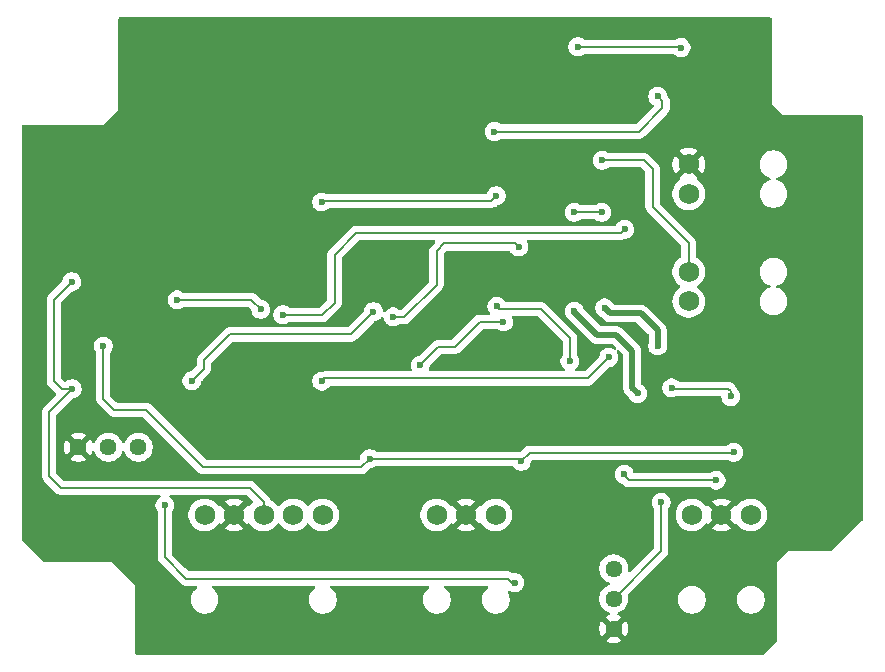
<source format=gbr>
%TF.GenerationSoftware,KiCad,Pcbnew,9.0.4*%
%TF.CreationDate,2025-11-03T23:40:34-06:00*%
%TF.ProjectId,BPSD-2025,42505344-2d32-4303-9235-2e6b69636164,rev?*%
%TF.SameCoordinates,Original*%
%TF.FileFunction,Copper,L2,Bot*%
%TF.FilePolarity,Positive*%
%FSLAX46Y46*%
G04 Gerber Fmt 4.6, Leading zero omitted, Abs format (unit mm)*
G04 Created by KiCad (PCBNEW 9.0.4) date 2025-11-03 23:40:34*
%MOMM*%
%LPD*%
G01*
G04 APERTURE LIST*
%TA.AperFunction,ComponentPad*%
%ADD10C,1.752600*%
%TD*%
%TA.AperFunction,ComponentPad*%
%ADD11C,1.440000*%
%TD*%
%TA.AperFunction,ViaPad*%
%ADD12C,0.600000*%
%TD*%
%TA.AperFunction,Conductor*%
%ADD13C,0.500000*%
%TD*%
%TA.AperFunction,Conductor*%
%ADD14C,0.200000*%
%TD*%
G04 APERTURE END LIST*
D10*
%TO.P,J4,1,1*%
%TO.N,unconnected-(J4-Pad1)*%
X124824800Y-111549695D03*
%TO.P,J4,2,2*%
%TO.N,unconnected-(J4-Pad2)*%
X122324800Y-111549695D03*
%TO.P,J4,3,3*%
%TO.N,/ACCUM_V*%
X119824800Y-111549695D03*
%TO.P,J4,4,4*%
%TO.N,GND*%
X117324800Y-111549695D03*
%TO.P,J4,5,5*%
%TO.N,+5V*%
X114824800Y-111549695D03*
%TD*%
%TO.P,J5,1,1*%
%TO.N,BSPD_OUT*%
X155811895Y-90973400D03*
%TO.P,J5,2,2*%
%TO.N,unconnected-(J5-Pad2)*%
X155811895Y-93473400D03*
%TD*%
%TO.P,J1,1,1*%
%TO.N,/BSE_1*%
X161079967Y-111549695D03*
%TO.P,J1,2,2*%
%TO.N,GND*%
X158579967Y-111549695D03*
%TO.P,J1,3,3*%
%TO.N,+5V*%
X156079967Y-111549695D03*
%TD*%
%TO.P,J3,1,1*%
%TO.N,GND*%
X155811895Y-81873400D03*
%TO.P,J3,2,2*%
%TO.N,+12V*%
X155811895Y-84373400D03*
%TD*%
D11*
%TO.P,RV6,1,1*%
%TO.N,+5V*%
X109207600Y-105818367D03*
%TO.P,RV6,2,2*%
%TO.N,/THRESH_ACCUM*%
X106667600Y-105818367D03*
%TO.P,RV6,3,3*%
%TO.N,GND*%
X104127600Y-105818367D03*
%TD*%
%TO.P,RV7,1,1*%
%TO.N,+5V*%
X149456367Y-116120906D03*
%TO.P,RV7,2,2*%
%TO.N,/THRESH_BSE*%
X149456367Y-118660906D03*
%TO.P,RV7,3,3*%
%TO.N,GND*%
X149456367Y-121200906D03*
%TD*%
D10*
%TO.P,J2,1,1*%
%TO.N,/BSE_2*%
X139475367Y-111549695D03*
%TO.P,J2,2,2*%
%TO.N,GND*%
X136975367Y-111549695D03*
%TO.P,J2,3,3*%
%TO.N,+5V*%
X134475367Y-111549695D03*
%TD*%
D12*
%TO.N,GND*%
X154279600Y-78181200D03*
X158216600Y-81483200D03*
X116763800Y-79121000D03*
X114020600Y-79197200D03*
X136169400Y-76936600D03*
X135813800Y-80746600D03*
X137083800Y-82118200D03*
X146507200Y-82753200D03*
X151409400Y-84937600D03*
X152069800Y-86918800D03*
X151587200Y-96215200D03*
X147294600Y-93573600D03*
X143408400Y-91490800D03*
X147218400Y-97713800D03*
%TO.N,+5V*%
X151485600Y-101269800D03*
X146126200Y-94310200D03*
%TO.N,GND*%
X153593800Y-91744800D03*
X114706400Y-87731600D03*
X168605200Y-112623600D03*
X127177800Y-106146600D03*
X124307600Y-82905600D03*
X137896600Y-115824000D03*
X151307800Y-119811800D03*
X134162800Y-120853200D03*
X138480800Y-113563400D03*
X163753800Y-113360200D03*
X157480000Y-71069200D03*
X115750000Y-95750000D03*
X152501600Y-99542600D03*
X125196600Y-74472800D03*
X114313000Y-121031400D03*
X133629400Y-107823000D03*
X165989000Y-81711800D03*
X100228400Y-94976244D03*
X128143000Y-119456200D03*
X125755400Y-98704400D03*
X158470600Y-115874800D03*
X132525000Y-113975000D03*
X100330000Y-112979200D03*
X132892800Y-73558400D03*
X123748800Y-113309400D03*
X108000000Y-104000000D03*
X155879800Y-114020600D03*
X164541200Y-98882200D03*
X128803400Y-115798600D03*
X139776200Y-71501000D03*
X147828000Y-122529600D03*
X142392400Y-113360200D03*
X133299200Y-122859800D03*
X161239200Y-77038200D03*
X100888800Y-79984600D03*
X100253800Y-82880200D03*
X126111000Y-113207800D03*
X122847400Y-101625800D03*
X158051800Y-90094200D03*
X110083600Y-118414800D03*
X166065200Y-84531200D03*
X140106400Y-81229200D03*
X157226000Y-109728000D03*
X129895600Y-70053200D03*
X136804400Y-86334600D03*
X143535400Y-96240600D03*
X107289600Y-112115600D03*
X154889200Y-76606400D03*
X131241800Y-115747800D03*
X100152200Y-87466311D03*
X127736600Y-81407000D03*
X143357600Y-107975400D03*
X108686600Y-81584800D03*
X101600000Y-111607600D03*
X162052000Y-122732800D03*
X140411200Y-115773200D03*
X158826200Y-85064600D03*
X125730000Y-86791800D03*
X153974800Y-83185000D03*
X153124200Y-120929800D03*
X155803600Y-115874800D03*
X142367000Y-121462800D03*
X133248400Y-91186000D03*
X159156400Y-103149400D03*
X109753400Y-93751400D03*
X161086800Y-81305400D03*
X116560600Y-82016600D03*
X122148600Y-120751600D03*
X132791200Y-75412600D03*
X148996400Y-108686600D03*
X107899200Y-78308200D03*
X131191000Y-79197200D03*
X140055600Y-121031000D03*
X113741200Y-92176600D03*
X108864400Y-75361800D03*
X127711200Y-86283800D03*
X156133800Y-75311000D03*
X115341400Y-99974400D03*
X131292600Y-77089000D03*
X167513000Y-88087200D03*
X102971600Y-113055400D03*
X135255000Y-70027800D03*
X100228400Y-92472933D03*
X103555800Y-80162400D03*
X159613600Y-109753400D03*
X140271800Y-103607000D03*
X158978600Y-107442000D03*
X153035000Y-70408800D03*
X146634200Y-80772000D03*
X119100600Y-122377200D03*
X100228400Y-97479556D03*
X145973800Y-120370600D03*
X143586200Y-112141000D03*
X149275800Y-112649000D03*
X124333000Y-120853200D03*
X169189400Y-81757520D03*
X161315400Y-72059800D03*
X112572800Y-80060800D03*
X131292600Y-122428000D03*
X158521400Y-122682000D03*
X156514800Y-87045800D03*
X101904800Y-81991200D03*
X165316200Y-91008600D03*
X164236400Y-100634800D03*
X103098600Y-110617000D03*
X137033000Y-120954800D03*
X121386600Y-82854800D03*
X145821400Y-122885200D03*
X121589800Y-70662800D03*
X165011400Y-93294600D03*
X136448800Y-72186800D03*
X132537200Y-69977000D03*
X153136600Y-119303800D03*
X111000000Y-94800000D03*
X125222000Y-78105000D03*
X161275000Y-100725000D03*
X147167600Y-112598200D03*
X169189400Y-93319600D03*
X158572200Y-118668800D03*
X110058200Y-120396000D03*
X124485400Y-70637400D03*
X119710200Y-118364000D03*
X129717800Y-107746800D03*
X144729200Y-109296200D03*
X105181400Y-81915000D03*
X154965400Y-109753400D03*
X104317800Y-114706400D03*
X151282400Y-122758200D03*
X121183400Y-113284000D03*
X153390600Y-93624400D03*
X106680000Y-114274600D03*
X103073200Y-86487000D03*
X160782000Y-84505800D03*
X143300779Y-88823800D03*
X127889000Y-83439000D03*
X122351800Y-118389400D03*
X137007600Y-118541800D03*
X110210600Y-116357400D03*
X120116600Y-120802400D03*
X127000000Y-80086200D03*
X141859000Y-109296200D03*
X103149400Y-83591400D03*
X100406200Y-109982000D03*
X162433000Y-109728000D03*
X136258600Y-103962600D03*
X108635800Y-83718400D03*
X123101400Y-105791400D03*
X118338600Y-82753200D03*
X117957600Y-120802400D03*
X103073200Y-104190800D03*
X137427000Y-94666200D03*
X119443800Y-101067000D03*
X129819400Y-120827800D03*
X169189400Y-87538560D03*
X157251400Y-79070200D03*
X160121600Y-116890800D03*
X108864400Y-72720200D03*
X112547400Y-107213400D03*
X160045400Y-70485000D03*
X169189400Y-78867000D03*
X144703800Y-121691400D03*
X118643400Y-70612000D03*
X127101600Y-70662800D03*
X145669000Y-113284000D03*
X152069800Y-107543600D03*
X114630200Y-122809000D03*
X115011200Y-89382600D03*
X152667000Y-89027400D03*
X115316000Y-84302600D03*
X160477200Y-87833200D03*
X161467800Y-114020600D03*
X124155200Y-122783600D03*
X117094000Y-118414800D03*
X114096800Y-115443000D03*
X150368000Y-85928200D03*
X136258600Y-105385000D03*
X100152200Y-99982867D03*
X133025000Y-89225000D03*
X134493000Y-86283800D03*
X158521400Y-121081800D03*
X111722200Y-120421800D03*
X169189400Y-90429080D03*
X134061200Y-115062000D03*
X153060400Y-73025000D03*
X161239200Y-74549000D03*
X153949400Y-84937600D03*
X103035400Y-107620200D03*
X131495800Y-119456200D03*
X125069600Y-115722400D03*
X129590800Y-118287800D03*
X126555800Y-94666200D03*
X103949800Y-93345400D03*
X118592600Y-79044800D03*
X110159800Y-122301000D03*
X149656800Y-105079800D03*
X112039400Y-95732600D03*
X118084600Y-81051400D03*
X113195400Y-94767800D03*
X143878600Y-120320200D03*
X119227600Y-88696800D03*
X115443000Y-80213200D03*
X109423200Y-103911400D03*
X103124000Y-90525600D03*
X168605200Y-110718600D03*
X115011200Y-70662800D03*
X137464800Y-69977000D03*
X121221800Y-109093400D03*
X147269200Y-108686600D03*
X127063800Y-103632400D03*
X116687600Y-85318600D03*
X164109400Y-96316800D03*
X165201600Y-105384600D03*
X158712200Y-95834600D03*
X100228400Y-89969622D03*
X127533400Y-115290600D03*
X116306600Y-115646200D03*
X151104600Y-105156000D03*
X126568200Y-75006200D03*
X169189400Y-84648040D03*
X128041400Y-122351800D03*
X161391600Y-115874800D03*
X163753800Y-108254800D03*
X122224800Y-115747800D03*
X146227800Y-107797600D03*
X135483600Y-115798600D03*
X149619000Y-101168600D03*
X153746200Y-81102200D03*
X107924600Y-107365800D03*
X100152200Y-107492800D03*
X116052600Y-120827800D03*
X157454600Y-77038200D03*
X123774200Y-93268800D03*
X143510000Y-110617000D03*
X100152200Y-84963000D03*
X108521800Y-92888200D03*
X119100600Y-115671600D03*
X160000000Y-94250000D03*
X149428200Y-103276400D03*
X142500000Y-101000000D03*
X158546800Y-114020600D03*
X121259600Y-79044800D03*
X161442400Y-121081800D03*
X144996200Y-103200600D03*
X143433800Y-122859800D03*
X100152200Y-102486178D03*
X117652800Y-94919800D03*
X131673600Y-110058200D03*
X139750800Y-86182200D03*
X114300000Y-81965800D03*
X117411800Y-104216600D03*
X157149800Y-116941600D03*
X140639800Y-122885200D03*
X110286800Y-80086200D03*
X126263400Y-81508600D03*
X113297000Y-113767000D03*
X127254000Y-110769400D03*
X120954800Y-122351800D03*
X132816600Y-72212200D03*
X118465600Y-113233200D03*
X161975800Y-108331000D03*
X103225600Y-99491800D03*
X109321600Y-86893400D03*
X110909400Y-107315400D03*
X142163800Y-116001800D03*
X105994200Y-80111600D03*
X147726400Y-120015000D03*
X146405600Y-70129400D03*
X109042200Y-70637400D03*
X136982200Y-122631200D03*
X164109400Y-78790800D03*
X111214200Y-101879800D03*
X154051000Y-107416600D03*
X100152200Y-104989489D03*
X103225600Y-96189800D03*
X137250000Y-99000000D03*
X101574600Y-114681000D03*
X154838400Y-122809000D03*
X159156400Y-72847200D03*
X164541200Y-88112600D03*
X153212800Y-117576600D03*
X124282200Y-89331800D03*
X139852400Y-108229400D03*
X126263400Y-83362800D03*
X103225600Y-94792800D03*
X136931400Y-109651800D03*
X136309400Y-102000000D03*
X155854400Y-121081800D03*
X168605200Y-108889800D03*
X104775000Y-101752400D03*
X168605200Y-107035600D03*
%TO.N,+12V*%
X146431000Y-71907400D03*
X155168600Y-71983600D03*
%TO.N,Net-(C11-Pad1)*%
X124739400Y-85064600D03*
X139522200Y-84531200D03*
%TO.N,/BSE_1*%
X158134536Y-108604264D03*
X150356250Y-108114150D03*
%TO.N,Net-(Q1-G)*%
X148437600Y-85928200D03*
X146126200Y-85928200D03*
%TO.N,BSPD_OUT*%
X148488400Y-81534000D03*
%TO.N,Net-(R11-Pad1)*%
X112496600Y-93350000D03*
X119575000Y-94150000D03*
%TO.N,Net-(R12-Pad1)*%
X153187400Y-97256600D03*
X148700000Y-94030800D03*
X159375000Y-101525000D03*
X154375000Y-100800000D03*
%TO.N,Net-(R13-Pad1)*%
X149047200Y-98221800D03*
X124750000Y-100225000D03*
%TO.N,/ACCUM_V*%
X103573500Y-91813300D03*
X103625000Y-100875000D03*
%TO.N,Net-(R15-Pad1)*%
X113750000Y-100200000D03*
X129125000Y-94350000D03*
%TO.N,Net-(R21-Pad1)*%
X145758200Y-98527000D03*
X139573000Y-93900000D03*
%TO.N,/0.455V*%
X141643400Y-107010600D03*
X128791000Y-106807400D03*
X106250000Y-97250000D03*
X159626600Y-106248600D03*
%TO.N,Net-(R24-Pad1)*%
X133096000Y-98882200D03*
X140131800Y-95225000D03*
%TO.N,/THRESH_BSE*%
X153479800Y-110490000D03*
X111468200Y-110750000D03*
X141097000Y-117297200D03*
%TO.N,Net-(U7-Pad4)*%
X141427200Y-88874600D03*
X130784600Y-94792800D03*
%TO.N,Net-(U11-Pad2)*%
X150393400Y-87376000D03*
X121447983Y-94609073D03*
%TO.N,Net-(U1-OVP)*%
X153187400Y-76123800D03*
X139369800Y-79095600D03*
%TD*%
D13*
%TO.N,Net-(R12-Pad1)*%
X151751600Y-94500000D02*
X153187400Y-95935800D01*
X148700000Y-94030800D02*
X149169200Y-94500000D01*
X153187400Y-95935800D02*
X153187400Y-97256600D01*
X149169200Y-94500000D02*
X151751600Y-94500000D01*
%TO.N,+5V*%
X146126200Y-94386400D02*
X146126200Y-94310200D01*
X148082000Y-96342200D02*
X146126200Y-94386400D01*
X149682200Y-96342200D02*
X148082000Y-96342200D01*
X151028400Y-97688400D02*
X149682200Y-96342200D01*
X151028400Y-100812600D02*
X151028400Y-97688400D01*
X151485600Y-101269800D02*
X151028400Y-100812600D01*
D14*
%TO.N,+12V*%
X155092400Y-71907400D02*
X146431000Y-71907400D01*
X155168600Y-71983600D02*
X155092400Y-71907400D01*
%TO.N,Net-(C11-Pad1)*%
X124841000Y-84963000D02*
X124739400Y-85064600D01*
X139522200Y-84531200D02*
X139090400Y-84963000D01*
X139090400Y-84963000D02*
X124841000Y-84963000D01*
%TO.N,/BSE_1*%
X150356250Y-108191978D02*
X150768536Y-108604264D01*
X150356250Y-108114150D02*
X150356250Y-108191978D01*
X150768536Y-108604264D02*
X158134536Y-108604264D01*
%TO.N,Net-(Q1-G)*%
X148437600Y-85928200D02*
X146126200Y-85928200D01*
%TO.N,BSPD_OUT*%
X152755600Y-85445600D02*
X152755600Y-82245200D01*
X155803600Y-88493600D02*
X152755600Y-85445600D01*
X152044400Y-81534000D02*
X148488400Y-81534000D01*
X152755600Y-82245200D02*
X152044400Y-81534000D01*
X155803600Y-90965105D02*
X155803600Y-88493600D01*
%TO.N,Net-(R11-Pad1)*%
X112496600Y-93350000D02*
X118775000Y-93350000D01*
X118775000Y-93350000D02*
X119575000Y-94150000D01*
%TO.N,Net-(R12-Pad1)*%
X159150000Y-100875000D02*
X154450000Y-100875000D01*
X159375000Y-101100000D02*
X159150000Y-100875000D01*
X159375000Y-101525000D02*
X159375000Y-101100000D01*
X154450000Y-100875000D02*
X154375000Y-100800000D01*
%TO.N,Net-(R13-Pad1)*%
X147294600Y-100000000D02*
X147294600Y-99974400D01*
X147294600Y-100000000D02*
X124975000Y-100000000D01*
X147294600Y-99974400D02*
X149047200Y-98221800D01*
X124975000Y-100000000D02*
X124750000Y-100225000D01*
%TO.N,/ACCUM_V*%
X101676200Y-108293000D02*
X101676200Y-102823800D01*
X102629000Y-109245800D02*
X101676200Y-108293000D01*
X102057200Y-100205800D02*
X102726400Y-100875000D01*
X119824800Y-110439600D02*
X118631000Y-109245800D01*
X119824800Y-111549695D02*
X119824800Y-110439600D01*
X101676200Y-102823800D02*
X103625000Y-100875000D01*
X102057200Y-93329600D02*
X102057200Y-100205800D01*
X103573500Y-91813300D02*
X102057200Y-93329600D01*
X118631000Y-109245800D02*
X102629000Y-109245800D01*
X102726400Y-100875000D02*
X103625000Y-100875000D01*
%TO.N,Net-(R15-Pad1)*%
X114750000Y-99200000D02*
X113750000Y-100200000D01*
X129125000Y-94350000D02*
X127200000Y-96275000D01*
X114750000Y-98475000D02*
X114750000Y-99200000D01*
X116950000Y-96275000D02*
X114750000Y-98475000D01*
X116950000Y-96275000D02*
X127200000Y-96275000D01*
%TO.N,Net-(R21-Pad1)*%
X143282000Y-94107000D02*
X145758200Y-96583200D01*
X139780000Y-94107000D02*
X143282000Y-94107000D01*
X139573000Y-93900000D02*
X139780000Y-94107000D01*
X145758200Y-96583200D02*
X145758200Y-98527000D01*
%TO.N,/0.455V*%
X109850400Y-102649600D02*
X107149600Y-102649600D01*
X114719400Y-107518600D02*
X109850400Y-102649600D01*
X141440200Y-106807400D02*
X141643400Y-107010600D01*
X159576200Y-106299000D02*
X159626600Y-106248600D01*
X141643400Y-107010600D02*
X142355000Y-106299000D01*
X142355000Y-106299000D02*
X159576200Y-106299000D01*
X128791000Y-106807400D02*
X128079800Y-107518600D01*
X128079800Y-107518600D02*
X114719400Y-107518600D01*
X106250000Y-101750000D02*
X106250000Y-97250000D01*
X107149600Y-102649600D02*
X106250000Y-101750000D01*
X128791000Y-106807400D02*
X141440200Y-106807400D01*
%TO.N,Net-(R24-Pad1)*%
X138124800Y-95225000D02*
X140131800Y-95225000D01*
X136025000Y-97324800D02*
X138124800Y-95225000D01*
X134628000Y-97324800D02*
X136025000Y-97324800D01*
X133096000Y-98882200D02*
X133096000Y-98856800D01*
X133096000Y-98856800D02*
X134628000Y-97324800D01*
%TO.N,/THRESH_BSE*%
X140512800Y-116941600D02*
X113271200Y-116941600D01*
X140868400Y-117297200D02*
X140512800Y-116941600D01*
X153479800Y-110490000D02*
X153479800Y-114637473D01*
X153479800Y-114637473D02*
X149456367Y-118660906D01*
X141097000Y-117297200D02*
X140868400Y-117297200D01*
X113271200Y-116941600D02*
X111468200Y-115138600D01*
X111468200Y-115138600D02*
X111468200Y-110750000D01*
%TO.N,Net-(U7-Pad4)*%
X135102600Y-88569800D02*
X141122400Y-88569800D01*
X141122400Y-88569800D02*
X141427200Y-88874600D01*
X131724400Y-94792800D02*
X134467600Y-92049600D01*
X134467600Y-89204800D02*
X135102600Y-88569800D01*
X130784600Y-94792800D02*
X131724400Y-94792800D01*
X134467600Y-92049600D02*
X134467600Y-89204800D01*
%TO.N,Net-(U11-Pad2)*%
X124790200Y-94640400D02*
X121479310Y-94640400D01*
X127685800Y-87680800D02*
X125831600Y-89535000D01*
X140551857Y-87680800D02*
X127685800Y-87680800D01*
X125831600Y-93599000D02*
X124790200Y-94640400D01*
X125831600Y-89535000D02*
X125831600Y-93599000D01*
X140568657Y-87664000D02*
X140551857Y-87680800D01*
X121479310Y-94640400D02*
X121447983Y-94609073D01*
X150393400Y-87376000D02*
X150105400Y-87664000D01*
X150105400Y-87664000D02*
X140568657Y-87664000D01*
%TO.N,Net-(U1-OVP)*%
X151612600Y-79095600D02*
X153593800Y-77114400D01*
X153593800Y-77114400D02*
X153593800Y-76530200D01*
X139369800Y-79095600D02*
X151612600Y-79095600D01*
X153593800Y-76530200D02*
X153187400Y-76123800D01*
%TD*%
%TA.AperFunction,Conductor*%
%TO.N,GND*%
G36*
X143048942Y-94727185D02*
G01*
X143069584Y-94743819D01*
X145121381Y-96795616D01*
X145154866Y-96856939D01*
X145157700Y-96883297D01*
X145157700Y-97947234D01*
X145138015Y-98014273D01*
X145136802Y-98016125D01*
X145048809Y-98147814D01*
X145048802Y-98147827D01*
X144988464Y-98293498D01*
X144988461Y-98293510D01*
X144957700Y-98448153D01*
X144957700Y-98605846D01*
X144988461Y-98760489D01*
X144988464Y-98760501D01*
X145048802Y-98906172D01*
X145048809Y-98906185D01*
X145136410Y-99037288D01*
X145136413Y-99037292D01*
X145247910Y-99148789D01*
X145283244Y-99172398D01*
X145328049Y-99226010D01*
X145336756Y-99295335D01*
X145306602Y-99358362D01*
X145247159Y-99395082D01*
X145214353Y-99399500D01*
X133933762Y-99399500D01*
X133866723Y-99379815D01*
X133820968Y-99327011D01*
X133811024Y-99257853D01*
X133819201Y-99228048D01*
X133865735Y-99115701D01*
X133865737Y-99115697D01*
X133896500Y-98961042D01*
X133896500Y-98956897D01*
X133916185Y-98889858D01*
X133932819Y-98869216D01*
X134840416Y-97961619D01*
X134901739Y-97928134D01*
X134928097Y-97925300D01*
X135938331Y-97925300D01*
X135938347Y-97925301D01*
X135945943Y-97925301D01*
X136104054Y-97925301D01*
X136104057Y-97925301D01*
X136256785Y-97884377D01*
X136306904Y-97855439D01*
X136393716Y-97805320D01*
X136505520Y-97693516D01*
X136505520Y-97693514D01*
X136515728Y-97683307D01*
X136515729Y-97683304D01*
X138337217Y-95861819D01*
X138398540Y-95828334D01*
X138424898Y-95825500D01*
X139552034Y-95825500D01*
X139619073Y-95845185D01*
X139620925Y-95846398D01*
X139752614Y-95934390D01*
X139752627Y-95934397D01*
X139898298Y-95994735D01*
X139898303Y-95994737D01*
X140052953Y-96025499D01*
X140052956Y-96025500D01*
X140052958Y-96025500D01*
X140210644Y-96025500D01*
X140210645Y-96025499D01*
X140365297Y-95994737D01*
X140510979Y-95934394D01*
X140642089Y-95846789D01*
X140753589Y-95735289D01*
X140841194Y-95604179D01*
X140901537Y-95458497D01*
X140932300Y-95303842D01*
X140932300Y-95146158D01*
X140932300Y-95146155D01*
X140932299Y-95146153D01*
X140927045Y-95119738D01*
X140901537Y-94991503D01*
X140884553Y-94950499D01*
X140854918Y-94878952D01*
X140847449Y-94809483D01*
X140878725Y-94747004D01*
X140938814Y-94711352D01*
X140969479Y-94707500D01*
X142981903Y-94707500D01*
X143048942Y-94727185D01*
G37*
%TD.AperFunction*%
%TA.AperFunction,Conductor*%
G36*
X162793039Y-69442685D02*
G01*
X162838794Y-69495489D01*
X162850000Y-69547000D01*
X162850000Y-76800000D01*
X163725000Y-77675000D01*
X170426000Y-77675000D01*
X170493039Y-77694685D01*
X170538794Y-77747489D01*
X170550000Y-77799000D01*
X170550000Y-111948638D01*
X170530315Y-112015677D01*
X170513681Y-112036319D01*
X167986319Y-114563681D01*
X167924996Y-114597166D01*
X167898638Y-114600000D01*
X164249999Y-114600000D01*
X163250000Y-115599999D01*
X163250000Y-122273638D01*
X163230315Y-122340677D01*
X163213681Y-122361319D01*
X162211319Y-123363681D01*
X162149996Y-123397166D01*
X162123638Y-123400000D01*
X109099000Y-123400000D01*
X109031961Y-123380315D01*
X108986206Y-123327511D01*
X108975000Y-123276000D01*
X108975000Y-117525000D01*
X107025000Y-115575000D01*
X101301362Y-115575000D01*
X101234323Y-115555315D01*
X101213681Y-115538681D01*
X99425119Y-113750119D01*
X99391634Y-113688796D01*
X99388800Y-113662438D01*
X99388800Y-108372054D01*
X101075698Y-108372054D01*
X101075699Y-108372057D01*
X101108194Y-108493329D01*
X101116624Y-108524787D01*
X101125519Y-108540193D01*
X101125520Y-108540195D01*
X101195677Y-108661712D01*
X101195681Y-108661717D01*
X101314549Y-108780585D01*
X101314554Y-108780589D01*
X102260284Y-109726320D01*
X102260286Y-109726321D01*
X102260290Y-109726324D01*
X102354304Y-109780602D01*
X102397216Y-109805377D01*
X102549943Y-109846301D01*
X102549945Y-109846301D01*
X102715654Y-109846301D01*
X102715670Y-109846300D01*
X110971047Y-109846300D01*
X111038086Y-109865985D01*
X111083841Y-109918789D01*
X111093785Y-109987947D01*
X111064760Y-110051503D01*
X111039938Y-110073402D01*
X110957911Y-110128210D01*
X110957907Y-110128213D01*
X110846413Y-110239707D01*
X110846410Y-110239711D01*
X110758809Y-110370814D01*
X110758802Y-110370827D01*
X110698464Y-110516498D01*
X110698461Y-110516510D01*
X110667700Y-110671153D01*
X110667700Y-110828846D01*
X110698461Y-110983489D01*
X110698464Y-110983501D01*
X110758802Y-111129172D01*
X110758809Y-111129185D01*
X110846802Y-111260874D01*
X110867680Y-111327551D01*
X110867700Y-111329765D01*
X110867700Y-115051930D01*
X110867699Y-115051948D01*
X110867699Y-115217654D01*
X110867698Y-115217654D01*
X110908623Y-115370385D01*
X110937558Y-115420500D01*
X110937559Y-115420504D01*
X110937560Y-115420504D01*
X110987679Y-115507314D01*
X110987681Y-115507317D01*
X111106549Y-115626185D01*
X111106555Y-115626190D01*
X112786339Y-117305974D01*
X112786349Y-117305985D01*
X112790679Y-117310315D01*
X112790680Y-117310316D01*
X112902484Y-117422120D01*
X112902486Y-117422121D01*
X112902490Y-117422124D01*
X112986209Y-117470459D01*
X112986210Y-117470459D01*
X113039415Y-117501177D01*
X113192143Y-117542100D01*
X113350257Y-117542100D01*
X114074300Y-117542100D01*
X114141339Y-117561785D01*
X114187094Y-117614589D01*
X114197038Y-117683747D01*
X114168013Y-117747303D01*
X114147188Y-117766415D01*
X114057645Y-117831473D01*
X114057643Y-117831475D01*
X114057642Y-117831475D01*
X113926579Y-117962538D01*
X113926579Y-117962539D01*
X113926577Y-117962541D01*
X113883941Y-118021224D01*
X113817629Y-118112494D01*
X113817624Y-118112502D01*
X113733474Y-118277657D01*
X113676196Y-118453943D01*
X113676196Y-118453944D01*
X113647200Y-118637017D01*
X113647200Y-118822374D01*
X113676196Y-119005447D01*
X113676196Y-119005448D01*
X113733474Y-119181734D01*
X113733476Y-119181737D01*
X113817626Y-119346893D01*
X113926577Y-119496851D01*
X114057645Y-119627919D01*
X114207603Y-119736870D01*
X114315780Y-119791988D01*
X114372761Y-119821021D01*
X114434489Y-119841077D01*
X114549045Y-119878299D01*
X114732121Y-119907296D01*
X114732122Y-119907296D01*
X114917478Y-119907296D01*
X114917479Y-119907296D01*
X115100555Y-119878299D01*
X115276841Y-119821020D01*
X115441997Y-119736870D01*
X115591955Y-119627919D01*
X115723023Y-119496851D01*
X115831974Y-119346893D01*
X115916124Y-119181737D01*
X115973403Y-119005451D01*
X116002400Y-118822375D01*
X116002400Y-118637017D01*
X115973403Y-118453941D01*
X115918401Y-118284662D01*
X115916125Y-118277657D01*
X115916124Y-118277655D01*
X115831974Y-118112499D01*
X115723023Y-117962541D01*
X115591955Y-117831473D01*
X115502413Y-117766417D01*
X115459749Y-117711088D01*
X115453770Y-117641474D01*
X115486376Y-117579680D01*
X115547215Y-117545322D01*
X115575300Y-117542100D01*
X124074300Y-117542100D01*
X124141339Y-117561785D01*
X124187094Y-117614589D01*
X124197038Y-117683747D01*
X124168013Y-117747303D01*
X124147188Y-117766415D01*
X124057645Y-117831473D01*
X124057643Y-117831475D01*
X124057642Y-117831475D01*
X123926579Y-117962538D01*
X123926579Y-117962539D01*
X123926577Y-117962541D01*
X123883941Y-118021224D01*
X123817629Y-118112494D01*
X123817624Y-118112502D01*
X123733474Y-118277657D01*
X123676196Y-118453943D01*
X123676196Y-118453944D01*
X123647200Y-118637017D01*
X123647200Y-118822374D01*
X123676196Y-119005447D01*
X123676196Y-119005448D01*
X123733474Y-119181734D01*
X123733476Y-119181737D01*
X123817626Y-119346893D01*
X123926577Y-119496851D01*
X124057645Y-119627919D01*
X124207603Y-119736870D01*
X124315780Y-119791988D01*
X124372761Y-119821021D01*
X124434489Y-119841077D01*
X124549045Y-119878299D01*
X124732121Y-119907296D01*
X124732122Y-119907296D01*
X124917478Y-119907296D01*
X124917479Y-119907296D01*
X125100555Y-119878299D01*
X125276841Y-119821020D01*
X125441997Y-119736870D01*
X125591955Y-119627919D01*
X125723023Y-119496851D01*
X125831974Y-119346893D01*
X125916124Y-119181737D01*
X125973403Y-119005451D01*
X126002400Y-118822375D01*
X126002400Y-118637017D01*
X125973403Y-118453941D01*
X125918401Y-118284662D01*
X125916125Y-118277657D01*
X125916124Y-118277655D01*
X125831974Y-118112499D01*
X125723023Y-117962541D01*
X125591955Y-117831473D01*
X125502413Y-117766417D01*
X125459749Y-117711088D01*
X125453770Y-117641474D01*
X125486376Y-117579680D01*
X125547215Y-117545322D01*
X125575300Y-117542100D01*
X133724867Y-117542100D01*
X133791906Y-117561785D01*
X133837661Y-117614589D01*
X133847605Y-117683747D01*
X133818580Y-117747303D01*
X133797755Y-117766415D01*
X133708212Y-117831473D01*
X133708210Y-117831475D01*
X133708209Y-117831475D01*
X133577146Y-117962538D01*
X133577146Y-117962539D01*
X133577144Y-117962541D01*
X133534508Y-118021224D01*
X133468196Y-118112494D01*
X133468191Y-118112502D01*
X133384041Y-118277657D01*
X133326763Y-118453943D01*
X133326763Y-118453944D01*
X133297767Y-118637017D01*
X133297767Y-118822374D01*
X133326763Y-119005447D01*
X133326763Y-119005448D01*
X133384041Y-119181734D01*
X133384043Y-119181737D01*
X133468193Y-119346893D01*
X133577144Y-119496851D01*
X133708212Y-119627919D01*
X133858170Y-119736870D01*
X133966347Y-119791988D01*
X134023328Y-119821021D01*
X134085056Y-119841077D01*
X134199612Y-119878299D01*
X134382688Y-119907296D01*
X134382689Y-119907296D01*
X134568045Y-119907296D01*
X134568046Y-119907296D01*
X134751122Y-119878299D01*
X134927408Y-119821020D01*
X135092564Y-119736870D01*
X135242522Y-119627919D01*
X135373590Y-119496851D01*
X135482541Y-119346893D01*
X135566691Y-119181737D01*
X135623970Y-119005451D01*
X135652967Y-118822375D01*
X135652967Y-118637017D01*
X135623970Y-118453941D01*
X135568968Y-118284662D01*
X135566692Y-118277657D01*
X135566691Y-118277655D01*
X135482541Y-118112499D01*
X135373590Y-117962541D01*
X135242522Y-117831473D01*
X135152980Y-117766417D01*
X135110316Y-117711088D01*
X135104337Y-117641474D01*
X135136943Y-117579680D01*
X135197782Y-117545322D01*
X135225867Y-117542100D01*
X138724867Y-117542100D01*
X138791906Y-117561785D01*
X138837661Y-117614589D01*
X138847605Y-117683747D01*
X138818580Y-117747303D01*
X138797755Y-117766415D01*
X138708212Y-117831473D01*
X138708210Y-117831475D01*
X138708209Y-117831475D01*
X138577146Y-117962538D01*
X138577146Y-117962539D01*
X138577144Y-117962541D01*
X138534508Y-118021224D01*
X138468196Y-118112494D01*
X138468191Y-118112502D01*
X138384041Y-118277657D01*
X138326763Y-118453943D01*
X138326763Y-118453944D01*
X138297767Y-118637017D01*
X138297767Y-118822374D01*
X138326763Y-119005447D01*
X138326763Y-119005448D01*
X138384041Y-119181734D01*
X138384043Y-119181737D01*
X138468193Y-119346893D01*
X138577144Y-119496851D01*
X138708212Y-119627919D01*
X138858170Y-119736870D01*
X138966347Y-119791988D01*
X139023328Y-119821021D01*
X139085056Y-119841077D01*
X139199612Y-119878299D01*
X139382688Y-119907296D01*
X139382689Y-119907296D01*
X139568045Y-119907296D01*
X139568046Y-119907296D01*
X139751122Y-119878299D01*
X139927408Y-119821020D01*
X140092564Y-119736870D01*
X140242522Y-119627919D01*
X140373590Y-119496851D01*
X140482541Y-119346893D01*
X140566691Y-119181737D01*
X140623970Y-119005451D01*
X140652967Y-118822375D01*
X140652967Y-118637017D01*
X140623970Y-118453941D01*
X140568968Y-118284662D01*
X140566693Y-118277660D01*
X140566691Y-118277657D01*
X140566691Y-118277655D01*
X140495006Y-118136964D01*
X140482111Y-118068297D01*
X140508388Y-118003557D01*
X140565494Y-117963300D01*
X140635300Y-117960308D01*
X140674383Y-117977570D01*
X140717814Y-118006590D01*
X140717827Y-118006597D01*
X140863498Y-118066935D01*
X140863503Y-118066937D01*
X141018153Y-118097699D01*
X141018156Y-118097700D01*
X141018158Y-118097700D01*
X141175844Y-118097700D01*
X141175845Y-118097699D01*
X141330497Y-118066937D01*
X141476179Y-118006594D01*
X141607289Y-117918989D01*
X141718789Y-117807489D01*
X141806394Y-117676379D01*
X141866737Y-117530697D01*
X141897500Y-117376042D01*
X141897500Y-117218358D01*
X141897500Y-117218355D01*
X141897499Y-117218353D01*
X141886841Y-117164771D01*
X141866737Y-117063703D01*
X141861827Y-117051848D01*
X141806397Y-116918027D01*
X141806390Y-116918014D01*
X141718789Y-116786911D01*
X141718786Y-116786907D01*
X141607292Y-116675413D01*
X141607288Y-116675410D01*
X141476185Y-116587809D01*
X141476172Y-116587802D01*
X141330501Y-116527464D01*
X141330489Y-116527461D01*
X141175845Y-116496700D01*
X141175842Y-116496700D01*
X141018158Y-116496700D01*
X141018154Y-116496700D01*
X140998897Y-116500530D01*
X140929305Y-116494300D01*
X140908251Y-116483598D01*
X140896702Y-116476266D01*
X140881516Y-116461080D01*
X140787338Y-116406707D01*
X140744585Y-116382023D01*
X140744584Y-116382022D01*
X140744583Y-116382022D01*
X140688681Y-116367043D01*
X140591857Y-116341099D01*
X140433743Y-116341099D01*
X140426147Y-116341099D01*
X140426131Y-116341100D01*
X113571297Y-116341100D01*
X113504258Y-116321415D01*
X113483616Y-116304781D01*
X113203686Y-116024851D01*
X148235867Y-116024851D01*
X148235867Y-116216960D01*
X148265920Y-116406708D01*
X148325283Y-116589412D01*
X148325285Y-116589415D01*
X148412502Y-116760587D01*
X148525422Y-116916008D01*
X148661265Y-117051851D01*
X148816686Y-117164771D01*
X148921846Y-117218353D01*
X148987860Y-117251989D01*
X149052448Y-117272975D01*
X149110123Y-117312412D01*
X149137322Y-117376771D01*
X149125408Y-117445617D01*
X149078164Y-117497093D01*
X149052448Y-117508837D01*
X148987860Y-117529822D01*
X148816685Y-117617041D01*
X148735024Y-117676372D01*
X148661265Y-117729961D01*
X148661263Y-117729963D01*
X148661262Y-117729963D01*
X148525424Y-117865801D01*
X148525424Y-117865802D01*
X148525422Y-117865804D01*
X148486783Y-117918986D01*
X148412502Y-118021224D01*
X148325283Y-118192399D01*
X148265920Y-118375103D01*
X148253433Y-118453943D01*
X148235867Y-118564851D01*
X148235867Y-118756961D01*
X148246228Y-118822375D01*
X148265920Y-118946708D01*
X148325283Y-119129412D01*
X148412502Y-119300587D01*
X148525422Y-119456008D01*
X148661265Y-119591851D01*
X148816686Y-119704771D01*
X148987858Y-119791988D01*
X148987862Y-119791990D01*
X149053257Y-119813238D01*
X149110933Y-119852675D01*
X149138132Y-119917033D01*
X149126218Y-119985880D01*
X149078974Y-120037356D01*
X149053260Y-120049100D01*
X148988044Y-120070290D01*
X148816945Y-120157470D01*
X148787719Y-120178704D01*
X148787718Y-120178704D01*
X149409921Y-120800906D01*
X149403706Y-120800906D01*
X149301973Y-120828165D01*
X149210761Y-120880826D01*
X149136287Y-120955300D01*
X149083626Y-121046512D01*
X149056367Y-121148245D01*
X149056367Y-121154459D01*
X148434165Y-120532257D01*
X148434165Y-120532258D01*
X148412931Y-120561484D01*
X148325750Y-120732584D01*
X148266407Y-120915221D01*
X148236367Y-121104890D01*
X148236367Y-121296921D01*
X148266407Y-121486590D01*
X148325750Y-121669227D01*
X148412928Y-121840321D01*
X148434165Y-121869552D01*
X149056367Y-121247351D01*
X149056367Y-121253567D01*
X149083626Y-121355300D01*
X149136287Y-121446512D01*
X149210761Y-121520986D01*
X149301973Y-121573647D01*
X149403706Y-121600906D01*
X149409921Y-121600906D01*
X148787718Y-122223106D01*
X148787719Y-122223107D01*
X148816944Y-122244340D01*
X148988045Y-122331522D01*
X149170682Y-122390865D01*
X149360352Y-122420906D01*
X149552382Y-122420906D01*
X149742051Y-122390865D01*
X149924688Y-122331522D01*
X150095786Y-122244342D01*
X150125013Y-122223107D01*
X150125013Y-122223106D01*
X149502814Y-121600906D01*
X149509028Y-121600906D01*
X149610761Y-121573647D01*
X149701973Y-121520986D01*
X149776447Y-121446512D01*
X149829108Y-121355300D01*
X149856367Y-121253567D01*
X149856367Y-121247352D01*
X150478567Y-121869552D01*
X150478568Y-121869552D01*
X150499803Y-121840325D01*
X150586983Y-121669227D01*
X150646326Y-121486590D01*
X150676367Y-121296921D01*
X150676367Y-121104890D01*
X150646326Y-120915221D01*
X150586983Y-120732584D01*
X150499801Y-120561483D01*
X150478568Y-120532258D01*
X150478567Y-120532257D01*
X149856367Y-121154458D01*
X149856367Y-121148245D01*
X149829108Y-121046512D01*
X149776447Y-120955300D01*
X149701973Y-120880826D01*
X149610761Y-120828165D01*
X149509028Y-120800906D01*
X149502814Y-120800906D01*
X150125013Y-120178704D01*
X150095782Y-120157467D01*
X149924688Y-120070289D01*
X149859474Y-120049100D01*
X149801799Y-120009662D01*
X149774601Y-119945303D01*
X149786516Y-119876457D01*
X149833761Y-119824981D01*
X149859476Y-119813238D01*
X149924871Y-119791990D01*
X149924873Y-119791988D01*
X149924876Y-119791988D01*
X150096048Y-119704771D01*
X150251469Y-119591851D01*
X150387312Y-119456008D01*
X150500232Y-119300587D01*
X150587449Y-119129415D01*
X150646814Y-118946707D01*
X150676867Y-118756961D01*
X150676867Y-118637017D01*
X154902367Y-118637017D01*
X154902367Y-118822374D01*
X154931363Y-119005447D01*
X154931363Y-119005448D01*
X154988641Y-119181734D01*
X154988643Y-119181737D01*
X155072793Y-119346893D01*
X155181744Y-119496851D01*
X155312812Y-119627919D01*
X155462770Y-119736870D01*
X155570947Y-119791988D01*
X155627928Y-119821021D01*
X155689656Y-119841077D01*
X155804212Y-119878299D01*
X155987288Y-119907296D01*
X155987289Y-119907296D01*
X156172645Y-119907296D01*
X156172646Y-119907296D01*
X156355722Y-119878299D01*
X156532008Y-119821020D01*
X156697164Y-119736870D01*
X156847122Y-119627919D01*
X156978190Y-119496851D01*
X157087141Y-119346893D01*
X157171291Y-119181737D01*
X157228570Y-119005451D01*
X157257567Y-118822375D01*
X157257567Y-118637017D01*
X159902367Y-118637017D01*
X159902367Y-118822374D01*
X159931363Y-119005447D01*
X159931363Y-119005448D01*
X159988641Y-119181734D01*
X159988643Y-119181737D01*
X160072793Y-119346893D01*
X160181744Y-119496851D01*
X160312812Y-119627919D01*
X160462770Y-119736870D01*
X160570947Y-119791988D01*
X160627928Y-119821021D01*
X160689656Y-119841077D01*
X160804212Y-119878299D01*
X160987288Y-119907296D01*
X160987289Y-119907296D01*
X161172645Y-119907296D01*
X161172646Y-119907296D01*
X161355722Y-119878299D01*
X161532008Y-119821020D01*
X161697164Y-119736870D01*
X161847122Y-119627919D01*
X161978190Y-119496851D01*
X162087141Y-119346893D01*
X162171291Y-119181737D01*
X162228570Y-119005451D01*
X162257567Y-118822375D01*
X162257567Y-118637017D01*
X162228570Y-118453941D01*
X162173568Y-118284662D01*
X162171292Y-118277657D01*
X162171291Y-118277655D01*
X162087141Y-118112499D01*
X161978190Y-117962541D01*
X161847122Y-117831473D01*
X161697164Y-117722522D01*
X161606602Y-117676379D01*
X161532005Y-117638370D01*
X161355719Y-117581092D01*
X161215085Y-117558817D01*
X161172646Y-117552096D01*
X160987288Y-117552096D01*
X160944848Y-117558817D01*
X160804215Y-117581092D01*
X160804214Y-117581092D01*
X160627928Y-117638370D01*
X160462773Y-117722520D01*
X160462765Y-117722525D01*
X160423097Y-117751346D01*
X160312812Y-117831473D01*
X160312810Y-117831475D01*
X160312809Y-117831475D01*
X160181746Y-117962538D01*
X160181746Y-117962539D01*
X160181744Y-117962541D01*
X160139108Y-118021224D01*
X160072796Y-118112494D01*
X160072791Y-118112502D01*
X159988641Y-118277657D01*
X159931363Y-118453943D01*
X159931363Y-118453944D01*
X159902367Y-118637017D01*
X157257567Y-118637017D01*
X157228570Y-118453941D01*
X157173568Y-118284662D01*
X157171292Y-118277657D01*
X157171291Y-118277655D01*
X157087141Y-118112499D01*
X156978190Y-117962541D01*
X156847122Y-117831473D01*
X156697164Y-117722522D01*
X156606602Y-117676379D01*
X156532005Y-117638370D01*
X156355719Y-117581092D01*
X156215085Y-117558817D01*
X156172646Y-117552096D01*
X155987288Y-117552096D01*
X155944848Y-117558817D01*
X155804215Y-117581092D01*
X155804214Y-117581092D01*
X155627928Y-117638370D01*
X155462773Y-117722520D01*
X155462765Y-117722525D01*
X155423097Y-117751346D01*
X155312812Y-117831473D01*
X155312810Y-117831475D01*
X155312809Y-117831475D01*
X155181746Y-117962538D01*
X155181746Y-117962539D01*
X155181744Y-117962541D01*
X155139108Y-118021224D01*
X155072796Y-118112494D01*
X155072791Y-118112502D01*
X154988641Y-118277657D01*
X154931363Y-118453943D01*
X154931363Y-118453944D01*
X154902367Y-118637017D01*
X150676867Y-118637017D01*
X150676867Y-118564851D01*
X150649121Y-118389671D01*
X150658076Y-118320379D01*
X150683910Y-118282596D01*
X153960320Y-115006189D01*
X154039377Y-114869257D01*
X154080301Y-114716530D01*
X154080301Y-114558415D01*
X154080301Y-114550820D01*
X154080300Y-114550802D01*
X154080300Y-111441339D01*
X154703167Y-111441339D01*
X154703167Y-111658050D01*
X154737069Y-111872097D01*
X154737069Y-111872100D01*
X154804035Y-112078200D01*
X154839641Y-112148080D01*
X154902422Y-112271295D01*
X155029803Y-112446620D01*
X155183042Y-112599859D01*
X155358367Y-112727240D01*
X155550546Y-112825160D01*
X155551461Y-112825626D01*
X155757562Y-112892592D01*
X155757563Y-112892592D01*
X155757566Y-112892593D01*
X155971611Y-112926495D01*
X155971612Y-112926495D01*
X156188322Y-112926495D01*
X156188323Y-112926495D01*
X156402368Y-112892593D01*
X156402371Y-112892592D01*
X156402372Y-112892592D01*
X156608472Y-112825626D01*
X156608472Y-112825625D01*
X156608475Y-112825625D01*
X156801567Y-112727240D01*
X156976892Y-112599859D01*
X157130131Y-112446620D01*
X157229959Y-112309218D01*
X157285286Y-112266554D01*
X157354900Y-112260575D01*
X157416695Y-112293180D01*
X157430593Y-112309220D01*
X157445865Y-112330240D01*
X157445866Y-112330240D01*
X158000125Y-111775981D01*
X158028492Y-111844465D01*
X158096595Y-111946388D01*
X158183274Y-112033067D01*
X158285197Y-112101170D01*
X158353679Y-112129535D01*
X157799419Y-112683794D01*
X157799420Y-112683795D01*
X157858624Y-112726809D01*
X158051646Y-112825160D01*
X158257682Y-112892106D01*
X158471645Y-112925995D01*
X158688289Y-112925995D01*
X158902251Y-112892106D01*
X159108287Y-112825160D01*
X159301298Y-112726815D01*
X159301311Y-112726807D01*
X159360512Y-112683795D01*
X159360513Y-112683794D01*
X158806254Y-112129536D01*
X158874737Y-112101170D01*
X158976660Y-112033067D01*
X159063339Y-111946388D01*
X159131442Y-111844465D01*
X159159807Y-111775982D01*
X159714066Y-112330241D01*
X159714066Y-112330240D01*
X159729340Y-112309219D01*
X159784670Y-112266554D01*
X159854283Y-112260575D01*
X159916078Y-112293181D01*
X159929975Y-112309219D01*
X160029803Y-112446620D01*
X160183042Y-112599859D01*
X160358367Y-112727240D01*
X160550546Y-112825160D01*
X160551461Y-112825626D01*
X160757562Y-112892592D01*
X160757563Y-112892592D01*
X160757566Y-112892593D01*
X160971611Y-112926495D01*
X160971612Y-112926495D01*
X161188322Y-112926495D01*
X161188323Y-112926495D01*
X161402368Y-112892593D01*
X161402371Y-112892592D01*
X161402372Y-112892592D01*
X161608472Y-112825626D01*
X161608472Y-112825625D01*
X161608475Y-112825625D01*
X161801567Y-112727240D01*
X161976892Y-112599859D01*
X162130131Y-112446620D01*
X162257512Y-112271295D01*
X162355897Y-112078203D01*
X162422865Y-111872096D01*
X162456767Y-111658051D01*
X162456767Y-111441339D01*
X162422865Y-111227294D01*
X162422864Y-111227290D01*
X162422864Y-111227289D01*
X162355898Y-111021189D01*
X162320293Y-110951310D01*
X162257512Y-110828095D01*
X162130131Y-110652770D01*
X161976892Y-110499531D01*
X161801567Y-110372150D01*
X161664920Y-110302525D01*
X161608472Y-110273763D01*
X161402371Y-110206797D01*
X161241834Y-110181370D01*
X161188323Y-110172895D01*
X160971611Y-110172895D01*
X160900262Y-110184195D01*
X160757564Y-110206797D01*
X160757561Y-110206797D01*
X160551461Y-110273763D01*
X160358366Y-110372150D01*
X160183039Y-110499533D01*
X160029804Y-110652768D01*
X159929976Y-110790169D01*
X159874645Y-110832834D01*
X159805032Y-110838813D01*
X159743237Y-110806207D01*
X159729340Y-110790168D01*
X159714068Y-110769148D01*
X159714066Y-110769147D01*
X159159807Y-111323406D01*
X159131442Y-111254925D01*
X159063339Y-111153002D01*
X158976660Y-111066323D01*
X158874737Y-110998220D01*
X158806254Y-110969853D01*
X159360512Y-110415594D01*
X159360512Y-110415593D01*
X159301309Y-110372580D01*
X159108287Y-110274229D01*
X158902251Y-110207283D01*
X158688289Y-110173395D01*
X158471645Y-110173395D01*
X158257682Y-110207283D01*
X158051646Y-110274229D01*
X157858626Y-110372579D01*
X157799420Y-110415593D01*
X157799420Y-110415594D01*
X158353679Y-110969853D01*
X158285197Y-110998220D01*
X158183274Y-111066323D01*
X158096595Y-111153002D01*
X158028492Y-111254925D01*
X158000125Y-111323407D01*
X157445866Y-110769148D01*
X157445864Y-110769148D01*
X157430593Y-110790168D01*
X157375264Y-110832834D01*
X157305650Y-110838813D01*
X157243855Y-110806208D01*
X157229957Y-110790169D01*
X157229649Y-110789745D01*
X157130131Y-110652770D01*
X156976892Y-110499531D01*
X156801567Y-110372150D01*
X156664920Y-110302525D01*
X156608472Y-110273763D01*
X156402371Y-110206797D01*
X156241834Y-110181370D01*
X156188323Y-110172895D01*
X155971611Y-110172895D01*
X155900262Y-110184195D01*
X155757564Y-110206797D01*
X155757561Y-110206797D01*
X155551461Y-110273763D01*
X155358366Y-110372150D01*
X155183039Y-110499533D01*
X155029805Y-110652767D01*
X154902422Y-110828094D01*
X154804035Y-111021189D01*
X154737069Y-111227289D01*
X154737069Y-111227292D01*
X154703167Y-111441339D01*
X154080300Y-111441339D01*
X154080300Y-111069765D01*
X154099985Y-111002726D01*
X154101198Y-111000874D01*
X154189190Y-110869185D01*
X154189190Y-110869184D01*
X154189194Y-110869179D01*
X154249537Y-110723497D01*
X154280300Y-110568842D01*
X154280300Y-110411158D01*
X154280300Y-110411155D01*
X154280299Y-110411153D01*
X154253063Y-110274229D01*
X154249537Y-110256503D01*
X154208610Y-110157695D01*
X154189197Y-110110827D01*
X154189190Y-110110814D01*
X154101589Y-109979711D01*
X154101586Y-109979707D01*
X153990092Y-109868213D01*
X153990088Y-109868210D01*
X153858985Y-109780609D01*
X153858972Y-109780602D01*
X153713301Y-109720264D01*
X153713289Y-109720261D01*
X153558645Y-109689500D01*
X153558642Y-109689500D01*
X153400958Y-109689500D01*
X153400955Y-109689500D01*
X153246310Y-109720261D01*
X153246298Y-109720264D01*
X153100627Y-109780602D01*
X153100614Y-109780609D01*
X152969511Y-109868210D01*
X152969507Y-109868213D01*
X152858013Y-109979707D01*
X152858010Y-109979711D01*
X152770409Y-110110814D01*
X152770402Y-110110827D01*
X152710064Y-110256498D01*
X152710061Y-110256510D01*
X152679300Y-110411153D01*
X152679300Y-110568846D01*
X152710061Y-110723489D01*
X152710064Y-110723501D01*
X152770402Y-110869172D01*
X152770409Y-110869185D01*
X152858402Y-111000874D01*
X152879280Y-111067551D01*
X152879300Y-111069765D01*
X152879300Y-114337374D01*
X152859615Y-114404413D01*
X152842981Y-114425055D01*
X150876298Y-116391737D01*
X150814975Y-116425222D01*
X150745283Y-116420238D01*
X150689350Y-116378366D01*
X150664933Y-116312902D01*
X150666143Y-116284665D01*
X150676867Y-116216961D01*
X150676867Y-116024851D01*
X150646814Y-115835105D01*
X150587449Y-115652397D01*
X150500232Y-115481225D01*
X150387312Y-115325804D01*
X150251469Y-115189961D01*
X150096048Y-115077041D01*
X149924873Y-114989822D01*
X149742169Y-114930459D01*
X149647295Y-114915432D01*
X149552422Y-114900406D01*
X149360312Y-114900406D01*
X149297063Y-114910423D01*
X149170564Y-114930459D01*
X148987860Y-114989822D01*
X148816685Y-115077041D01*
X148728012Y-115141466D01*
X148661265Y-115189961D01*
X148661263Y-115189963D01*
X148661262Y-115189963D01*
X148525424Y-115325801D01*
X148525424Y-115325802D01*
X148525422Y-115325804D01*
X148493032Y-115370385D01*
X148412502Y-115481224D01*
X148325283Y-115652399D01*
X148265920Y-115835103D01*
X148235867Y-116024851D01*
X113203686Y-116024851D01*
X112105019Y-114926184D01*
X112071534Y-114864861D01*
X112068700Y-114838503D01*
X112068700Y-111329765D01*
X112088385Y-111262726D01*
X112089598Y-111260874D01*
X112112036Y-111227294D01*
X112177594Y-111129179D01*
X112237937Y-110983497D01*
X112268700Y-110828842D01*
X112268700Y-110671158D01*
X112268700Y-110671155D01*
X112268699Y-110671153D01*
X112265042Y-110652767D01*
X112237937Y-110516503D01*
X112226567Y-110489054D01*
X112177597Y-110370827D01*
X112177590Y-110370814D01*
X112089989Y-110239711D01*
X112089986Y-110239707D01*
X111978492Y-110128213D01*
X111978488Y-110128210D01*
X111896462Y-110073402D01*
X111851657Y-110019790D01*
X111842950Y-109950465D01*
X111873104Y-109887438D01*
X111932547Y-109850718D01*
X111965353Y-109846300D01*
X118330903Y-109846300D01*
X118397942Y-109865985D01*
X118418584Y-109882619D01*
X118894004Y-110358039D01*
X118927489Y-110419362D01*
X118922505Y-110489054D01*
X118894005Y-110533401D01*
X118774635Y-110652771D01*
X118674809Y-110790169D01*
X118619478Y-110832834D01*
X118549865Y-110838813D01*
X118488070Y-110806207D01*
X118474173Y-110790168D01*
X118458901Y-110769148D01*
X118458899Y-110769147D01*
X117904640Y-111323406D01*
X117876275Y-111254925D01*
X117808172Y-111153002D01*
X117721493Y-111066323D01*
X117619570Y-110998220D01*
X117551087Y-110969853D01*
X118105345Y-110415594D01*
X118105345Y-110415593D01*
X118046142Y-110372580D01*
X117853120Y-110274229D01*
X117647084Y-110207283D01*
X117433122Y-110173395D01*
X117216478Y-110173395D01*
X117002515Y-110207283D01*
X116796479Y-110274229D01*
X116603459Y-110372579D01*
X116544253Y-110415593D01*
X116544253Y-110415594D01*
X117098512Y-110969853D01*
X117030030Y-110998220D01*
X116928107Y-111066323D01*
X116841428Y-111153002D01*
X116773325Y-111254925D01*
X116744958Y-111323407D01*
X116190699Y-110769148D01*
X116190697Y-110769148D01*
X116175426Y-110790168D01*
X116120097Y-110832834D01*
X116050483Y-110838813D01*
X115988688Y-110806208D01*
X115974790Y-110790169D01*
X115974482Y-110789745D01*
X115874964Y-110652770D01*
X115721725Y-110499531D01*
X115546400Y-110372150D01*
X115409753Y-110302525D01*
X115353305Y-110273763D01*
X115147204Y-110206797D01*
X114986667Y-110181370D01*
X114933156Y-110172895D01*
X114716444Y-110172895D01*
X114645095Y-110184195D01*
X114502397Y-110206797D01*
X114502394Y-110206797D01*
X114296294Y-110273763D01*
X114103199Y-110372150D01*
X113927872Y-110499533D01*
X113774638Y-110652767D01*
X113647255Y-110828094D01*
X113548868Y-111021189D01*
X113481902Y-111227289D01*
X113481902Y-111227292D01*
X113448000Y-111441339D01*
X113448000Y-111658050D01*
X113481902Y-111872097D01*
X113481902Y-111872100D01*
X113548868Y-112078200D01*
X113584474Y-112148080D01*
X113647255Y-112271295D01*
X113774636Y-112446620D01*
X113927875Y-112599859D01*
X114103200Y-112727240D01*
X114295379Y-112825160D01*
X114296294Y-112825626D01*
X114502395Y-112892592D01*
X114502396Y-112892592D01*
X114502399Y-112892593D01*
X114716444Y-112926495D01*
X114716445Y-112926495D01*
X114933155Y-112926495D01*
X114933156Y-112926495D01*
X115147201Y-112892593D01*
X115147204Y-112892592D01*
X115147205Y-112892592D01*
X115353305Y-112825626D01*
X115353305Y-112825625D01*
X115353308Y-112825625D01*
X115546400Y-112727240D01*
X115721725Y-112599859D01*
X115874964Y-112446620D01*
X115974792Y-112309218D01*
X116030119Y-112266554D01*
X116099733Y-112260575D01*
X116161528Y-112293180D01*
X116175426Y-112309220D01*
X116190698Y-112330240D01*
X116190699Y-112330240D01*
X116744958Y-111775981D01*
X116773325Y-111844465D01*
X116841428Y-111946388D01*
X116928107Y-112033067D01*
X117030030Y-112101170D01*
X117098512Y-112129535D01*
X116544252Y-112683794D01*
X116544253Y-112683795D01*
X116603457Y-112726809D01*
X116796479Y-112825160D01*
X117002515Y-112892106D01*
X117216478Y-112925995D01*
X117433122Y-112925995D01*
X117647084Y-112892106D01*
X117853120Y-112825160D01*
X118046131Y-112726815D01*
X118046144Y-112726807D01*
X118105345Y-112683795D01*
X118105346Y-112683794D01*
X117551087Y-112129536D01*
X117619570Y-112101170D01*
X117721493Y-112033067D01*
X117808172Y-111946388D01*
X117876275Y-111844465D01*
X117904641Y-111775982D01*
X118458899Y-112330241D01*
X118458899Y-112330240D01*
X118474173Y-112309219D01*
X118529503Y-112266554D01*
X118599116Y-112260575D01*
X118660911Y-112293181D01*
X118674808Y-112309219D01*
X118774636Y-112446620D01*
X118927875Y-112599859D01*
X119103200Y-112727240D01*
X119295379Y-112825160D01*
X119296294Y-112825626D01*
X119502395Y-112892592D01*
X119502396Y-112892592D01*
X119502399Y-112892593D01*
X119716444Y-112926495D01*
X119716445Y-112926495D01*
X119933155Y-112926495D01*
X119933156Y-112926495D01*
X120147201Y-112892593D01*
X120147204Y-112892592D01*
X120147205Y-112892592D01*
X120353305Y-112825626D01*
X120353305Y-112825625D01*
X120353308Y-112825625D01*
X120546400Y-112727240D01*
X120721725Y-112599859D01*
X120874964Y-112446620D01*
X120974482Y-112309644D01*
X121029812Y-112266979D01*
X121099425Y-112261000D01*
X121161220Y-112293606D01*
X121175117Y-112309644D01*
X121274636Y-112446620D01*
X121427875Y-112599859D01*
X121603200Y-112727240D01*
X121795379Y-112825160D01*
X121796294Y-112825626D01*
X122002395Y-112892592D01*
X122002396Y-112892592D01*
X122002399Y-112892593D01*
X122216444Y-112926495D01*
X122216445Y-112926495D01*
X122433155Y-112926495D01*
X122433156Y-112926495D01*
X122647201Y-112892593D01*
X122647204Y-112892592D01*
X122647205Y-112892592D01*
X122853305Y-112825626D01*
X122853305Y-112825625D01*
X122853308Y-112825625D01*
X123046400Y-112727240D01*
X123221725Y-112599859D01*
X123374964Y-112446620D01*
X123474482Y-112309644D01*
X123529812Y-112266979D01*
X123599425Y-112261000D01*
X123661220Y-112293606D01*
X123675117Y-112309644D01*
X123774636Y-112446620D01*
X123927875Y-112599859D01*
X124103200Y-112727240D01*
X124295379Y-112825160D01*
X124296294Y-112825626D01*
X124502395Y-112892592D01*
X124502396Y-112892592D01*
X124502399Y-112892593D01*
X124716444Y-112926495D01*
X124716445Y-112926495D01*
X124933155Y-112926495D01*
X124933156Y-112926495D01*
X125147201Y-112892593D01*
X125147204Y-112892592D01*
X125147205Y-112892592D01*
X125353305Y-112825626D01*
X125353305Y-112825625D01*
X125353308Y-112825625D01*
X125546400Y-112727240D01*
X125721725Y-112599859D01*
X125874964Y-112446620D01*
X126002345Y-112271295D01*
X126100730Y-112078203D01*
X126167698Y-111872096D01*
X126201600Y-111658051D01*
X126201600Y-111441339D01*
X133098567Y-111441339D01*
X133098567Y-111658050D01*
X133132469Y-111872097D01*
X133132469Y-111872100D01*
X133199435Y-112078200D01*
X133235041Y-112148080D01*
X133297822Y-112271295D01*
X133425203Y-112446620D01*
X133578442Y-112599859D01*
X133753767Y-112727240D01*
X133945946Y-112825160D01*
X133946861Y-112825626D01*
X134152962Y-112892592D01*
X134152963Y-112892592D01*
X134152966Y-112892593D01*
X134367011Y-112926495D01*
X134367012Y-112926495D01*
X134583722Y-112926495D01*
X134583723Y-112926495D01*
X134797768Y-112892593D01*
X134797771Y-112892592D01*
X134797772Y-112892592D01*
X135003872Y-112825626D01*
X135003872Y-112825625D01*
X135003875Y-112825625D01*
X135196967Y-112727240D01*
X135372292Y-112599859D01*
X135525531Y-112446620D01*
X135625359Y-112309218D01*
X135680686Y-112266554D01*
X135750300Y-112260575D01*
X135812095Y-112293180D01*
X135825993Y-112309220D01*
X135841265Y-112330240D01*
X135841266Y-112330240D01*
X136395525Y-111775981D01*
X136423892Y-111844465D01*
X136491995Y-111946388D01*
X136578674Y-112033067D01*
X136680597Y-112101170D01*
X136749079Y-112129535D01*
X136194819Y-112683794D01*
X136194820Y-112683795D01*
X136254024Y-112726809D01*
X136447046Y-112825160D01*
X136653082Y-112892106D01*
X136867045Y-112925995D01*
X137083689Y-112925995D01*
X137297651Y-112892106D01*
X137503687Y-112825160D01*
X137696698Y-112726815D01*
X137696711Y-112726807D01*
X137755912Y-112683795D01*
X137755913Y-112683794D01*
X137201654Y-112129536D01*
X137270137Y-112101170D01*
X137372060Y-112033067D01*
X137458739Y-111946388D01*
X137526842Y-111844465D01*
X137555208Y-111775982D01*
X138109466Y-112330241D01*
X138109466Y-112330240D01*
X138124740Y-112309219D01*
X138180070Y-112266554D01*
X138249683Y-112260575D01*
X138311478Y-112293181D01*
X138325375Y-112309219D01*
X138425203Y-112446620D01*
X138578442Y-112599859D01*
X138753767Y-112727240D01*
X138945946Y-112825160D01*
X138946861Y-112825626D01*
X139152962Y-112892592D01*
X139152963Y-112892592D01*
X139152966Y-112892593D01*
X139367011Y-112926495D01*
X139367012Y-112926495D01*
X139583722Y-112926495D01*
X139583723Y-112926495D01*
X139797768Y-112892593D01*
X139797771Y-112892592D01*
X139797772Y-112892592D01*
X140003872Y-112825626D01*
X140003872Y-112825625D01*
X140003875Y-112825625D01*
X140196967Y-112727240D01*
X140372292Y-112599859D01*
X140525531Y-112446620D01*
X140652912Y-112271295D01*
X140751297Y-112078203D01*
X140818265Y-111872096D01*
X140852167Y-111658051D01*
X140852167Y-111441339D01*
X140818265Y-111227294D01*
X140818264Y-111227290D01*
X140818264Y-111227289D01*
X140751298Y-111021189D01*
X140715693Y-110951310D01*
X140652912Y-110828095D01*
X140525531Y-110652770D01*
X140372292Y-110499531D01*
X140196967Y-110372150D01*
X140060320Y-110302525D01*
X140003872Y-110273763D01*
X139797771Y-110206797D01*
X139637234Y-110181370D01*
X139583723Y-110172895D01*
X139367011Y-110172895D01*
X139295662Y-110184195D01*
X139152964Y-110206797D01*
X139152961Y-110206797D01*
X138946861Y-110273763D01*
X138753766Y-110372150D01*
X138578439Y-110499533D01*
X138425204Y-110652768D01*
X138325376Y-110790169D01*
X138270045Y-110832834D01*
X138200432Y-110838813D01*
X138138637Y-110806207D01*
X138124740Y-110790168D01*
X138109468Y-110769148D01*
X138109466Y-110769147D01*
X137555207Y-111323406D01*
X137526842Y-111254925D01*
X137458739Y-111153002D01*
X137372060Y-111066323D01*
X137270137Y-110998220D01*
X137201654Y-110969853D01*
X137755912Y-110415594D01*
X137755912Y-110415593D01*
X137696709Y-110372580D01*
X137503687Y-110274229D01*
X137297651Y-110207283D01*
X137083689Y-110173395D01*
X136867045Y-110173395D01*
X136653082Y-110207283D01*
X136447046Y-110274229D01*
X136254026Y-110372579D01*
X136194820Y-110415593D01*
X136194820Y-110415594D01*
X136749079Y-110969853D01*
X136680597Y-110998220D01*
X136578674Y-111066323D01*
X136491995Y-111153002D01*
X136423892Y-111254925D01*
X136395525Y-111323407D01*
X135841266Y-110769148D01*
X135841264Y-110769148D01*
X135825993Y-110790168D01*
X135770664Y-110832834D01*
X135701050Y-110838813D01*
X135639255Y-110806208D01*
X135625357Y-110790169D01*
X135625049Y-110789745D01*
X135525531Y-110652770D01*
X135372292Y-110499531D01*
X135196967Y-110372150D01*
X135060320Y-110302525D01*
X135003872Y-110273763D01*
X134797771Y-110206797D01*
X134637234Y-110181370D01*
X134583723Y-110172895D01*
X134367011Y-110172895D01*
X134295662Y-110184195D01*
X134152964Y-110206797D01*
X134152961Y-110206797D01*
X133946861Y-110273763D01*
X133753766Y-110372150D01*
X133578439Y-110499533D01*
X133425205Y-110652767D01*
X133297822Y-110828094D01*
X133199435Y-111021189D01*
X133132469Y-111227289D01*
X133132469Y-111227292D01*
X133098567Y-111441339D01*
X126201600Y-111441339D01*
X126167698Y-111227294D01*
X126167697Y-111227290D01*
X126167697Y-111227289D01*
X126100731Y-111021189D01*
X126065126Y-110951310D01*
X126002345Y-110828095D01*
X125874964Y-110652770D01*
X125721725Y-110499531D01*
X125546400Y-110372150D01*
X125409753Y-110302525D01*
X125353305Y-110273763D01*
X125147204Y-110206797D01*
X124986667Y-110181370D01*
X124933156Y-110172895D01*
X124716444Y-110172895D01*
X124645095Y-110184195D01*
X124502397Y-110206797D01*
X124502394Y-110206797D01*
X124296294Y-110273763D01*
X124103199Y-110372150D01*
X123927872Y-110499533D01*
X123774638Y-110652767D01*
X123774638Y-110652768D01*
X123774636Y-110652770D01*
X123675118Y-110789745D01*
X123619788Y-110832410D01*
X123550174Y-110838389D01*
X123488380Y-110805783D01*
X123474482Y-110789745D01*
X123374964Y-110652770D01*
X123221725Y-110499531D01*
X123046400Y-110372150D01*
X122909753Y-110302525D01*
X122853305Y-110273763D01*
X122647204Y-110206797D01*
X122486667Y-110181370D01*
X122433156Y-110172895D01*
X122216444Y-110172895D01*
X122145095Y-110184195D01*
X122002397Y-110206797D01*
X122002394Y-110206797D01*
X121796294Y-110273763D01*
X121603199Y-110372150D01*
X121427872Y-110499533D01*
X121274638Y-110652767D01*
X121274638Y-110652768D01*
X121274636Y-110652770D01*
X121175118Y-110789745D01*
X121119788Y-110832410D01*
X121050174Y-110838389D01*
X120988380Y-110805783D01*
X120974482Y-110789745D01*
X120874964Y-110652770D01*
X120721725Y-110499531D01*
X120546400Y-110372150D01*
X120458943Y-110327588D01*
X120408148Y-110279614D01*
X120401395Y-110266251D01*
X120397808Y-110257943D01*
X120384377Y-110207815D01*
X120355439Y-110157695D01*
X120305320Y-110070884D01*
X120193516Y-109959080D01*
X120193515Y-109959079D01*
X120189185Y-109954749D01*
X120189174Y-109954739D01*
X119118590Y-108884155D01*
X119118588Y-108884152D01*
X118999717Y-108765281D01*
X118999716Y-108765280D01*
X118912904Y-108715160D01*
X118912904Y-108715159D01*
X118912900Y-108715158D01*
X118862785Y-108686223D01*
X118710057Y-108645299D01*
X118551943Y-108645299D01*
X118544347Y-108645299D01*
X118544331Y-108645300D01*
X102929098Y-108645300D01*
X102862059Y-108625615D01*
X102841417Y-108608981D01*
X102313019Y-108080583D01*
X102279534Y-108019260D01*
X102276700Y-107992902D01*
X102276700Y-105722351D01*
X102907600Y-105722351D01*
X102907600Y-105914382D01*
X102937640Y-106104051D01*
X102996983Y-106286688D01*
X103084161Y-106457782D01*
X103105398Y-106487013D01*
X103727600Y-105864812D01*
X103727600Y-105871028D01*
X103754859Y-105972761D01*
X103807520Y-106063973D01*
X103881994Y-106138447D01*
X103973206Y-106191108D01*
X104074939Y-106218367D01*
X104081154Y-106218367D01*
X103458951Y-106840567D01*
X103458952Y-106840568D01*
X103488177Y-106861801D01*
X103659278Y-106948983D01*
X103841915Y-107008326D01*
X104031585Y-107038367D01*
X104223615Y-107038367D01*
X104413284Y-107008326D01*
X104595921Y-106948983D01*
X104767019Y-106861803D01*
X104796246Y-106840568D01*
X104796246Y-106840567D01*
X104174047Y-106218367D01*
X104180261Y-106218367D01*
X104281994Y-106191108D01*
X104373206Y-106138447D01*
X104447680Y-106063973D01*
X104500341Y-105972761D01*
X104527600Y-105871028D01*
X104527600Y-105864813D01*
X105149800Y-106487013D01*
X105149801Y-106487013D01*
X105171036Y-106457786D01*
X105258216Y-106286686D01*
X105279405Y-106221475D01*
X105318842Y-106163800D01*
X105383200Y-106136601D01*
X105452047Y-106148515D01*
X105503523Y-106195759D01*
X105515267Y-106221475D01*
X105536516Y-106286872D01*
X105536517Y-106286873D01*
X105536518Y-106286876D01*
X105623735Y-106458048D01*
X105736655Y-106613469D01*
X105872498Y-106749312D01*
X106027919Y-106862232D01*
X106139695Y-106919185D01*
X106199093Y-106949450D01*
X106290445Y-106979131D01*
X106381799Y-107008814D01*
X106571545Y-107038867D01*
X106571546Y-107038867D01*
X106763654Y-107038867D01*
X106763655Y-107038867D01*
X106953401Y-107008814D01*
X107136109Y-106949449D01*
X107307281Y-106862232D01*
X107462702Y-106749312D01*
X107598545Y-106613469D01*
X107711465Y-106458048D01*
X107798682Y-106286876D01*
X107798744Y-106286686D01*
X107819669Y-106222286D01*
X107859106Y-106164610D01*
X107923464Y-106137411D01*
X107992311Y-106149325D01*
X108043787Y-106196569D01*
X108055531Y-106222286D01*
X108076515Y-106286871D01*
X108148534Y-106428214D01*
X108163735Y-106458048D01*
X108276655Y-106613469D01*
X108412498Y-106749312D01*
X108567919Y-106862232D01*
X108679695Y-106919185D01*
X108739093Y-106949450D01*
X108830445Y-106979131D01*
X108921799Y-107008814D01*
X109111545Y-107038867D01*
X109111546Y-107038867D01*
X109303654Y-107038867D01*
X109303655Y-107038867D01*
X109493401Y-107008814D01*
X109676109Y-106949449D01*
X109847281Y-106862232D01*
X110002702Y-106749312D01*
X110138545Y-106613469D01*
X110251465Y-106458048D01*
X110338682Y-106286876D01*
X110398047Y-106104168D01*
X110428100Y-105914422D01*
X110428100Y-105722312D01*
X110398047Y-105532566D01*
X110359932Y-105415258D01*
X110338683Y-105349860D01*
X110338682Y-105349858D01*
X110251465Y-105178686D01*
X110138545Y-105023265D01*
X110002702Y-104887422D01*
X109847281Y-104774502D01*
X109676106Y-104687283D01*
X109493402Y-104627920D01*
X109398528Y-104612893D01*
X109303655Y-104597867D01*
X109111545Y-104597867D01*
X109048296Y-104607884D01*
X108921797Y-104627920D01*
X108739093Y-104687283D01*
X108567918Y-104774502D01*
X108538102Y-104796165D01*
X108412498Y-104887422D01*
X108412496Y-104887424D01*
X108412495Y-104887424D01*
X108276657Y-105023262D01*
X108276657Y-105023263D01*
X108276655Y-105023265D01*
X108228160Y-105090012D01*
X108163735Y-105178685D01*
X108076516Y-105349860D01*
X108055531Y-105414448D01*
X108016094Y-105472123D01*
X107951735Y-105499322D01*
X107882889Y-105487408D01*
X107831413Y-105440164D01*
X107819669Y-105414448D01*
X107798683Y-105349860D01*
X107798682Y-105349858D01*
X107711465Y-105178686D01*
X107598545Y-105023265D01*
X107462702Y-104887422D01*
X107307281Y-104774502D01*
X107136106Y-104687283D01*
X106953402Y-104627920D01*
X106858528Y-104612893D01*
X106763655Y-104597867D01*
X106571545Y-104597867D01*
X106508296Y-104607884D01*
X106381797Y-104627920D01*
X106199093Y-104687283D01*
X106027918Y-104774502D01*
X105998102Y-104796165D01*
X105872498Y-104887422D01*
X105872496Y-104887424D01*
X105872495Y-104887424D01*
X105736657Y-105023262D01*
X105736657Y-105023263D01*
X105736655Y-105023265D01*
X105688160Y-105090012D01*
X105623735Y-105178685D01*
X105536517Y-105349859D01*
X105515267Y-105415259D01*
X105475829Y-105472934D01*
X105411470Y-105500132D01*
X105342624Y-105488217D01*
X105291148Y-105440972D01*
X105279405Y-105415258D01*
X105258216Y-105350047D01*
X105171034Y-105178944D01*
X105149801Y-105149719D01*
X105149800Y-105149718D01*
X104527600Y-105771919D01*
X104527600Y-105765706D01*
X104500341Y-105663973D01*
X104447680Y-105572761D01*
X104373206Y-105498287D01*
X104281994Y-105445626D01*
X104180261Y-105418367D01*
X104174047Y-105418367D01*
X104796246Y-104796165D01*
X104767015Y-104774928D01*
X104595921Y-104687750D01*
X104413284Y-104628407D01*
X104223615Y-104598367D01*
X104031585Y-104598367D01*
X103841915Y-104628407D01*
X103659278Y-104687750D01*
X103488178Y-104774931D01*
X103458952Y-104796165D01*
X103458951Y-104796165D01*
X104081154Y-105418367D01*
X104074939Y-105418367D01*
X103973206Y-105445626D01*
X103881994Y-105498287D01*
X103807520Y-105572761D01*
X103754859Y-105663973D01*
X103727600Y-105765706D01*
X103727600Y-105771920D01*
X103105398Y-105149718D01*
X103105398Y-105149719D01*
X103084164Y-105178945D01*
X102996983Y-105350045D01*
X102937640Y-105532682D01*
X102907600Y-105722351D01*
X102276700Y-105722351D01*
X102276700Y-103123897D01*
X102296385Y-103056858D01*
X102313019Y-103036216D01*
X102894153Y-102455082D01*
X103639662Y-101709572D01*
X103700983Y-101676089D01*
X103703150Y-101675638D01*
X103765024Y-101663330D01*
X103858497Y-101644737D01*
X103971166Y-101598067D01*
X104004172Y-101584397D01*
X104004172Y-101584396D01*
X104004179Y-101584394D01*
X104135289Y-101496789D01*
X104246789Y-101385289D01*
X104334394Y-101254179D01*
X104394737Y-101108497D01*
X104425500Y-100953842D01*
X104425500Y-100796158D01*
X104425500Y-100796155D01*
X104425499Y-100796153D01*
X104403652Y-100686321D01*
X104394737Y-100641503D01*
X104382021Y-100610804D01*
X104334397Y-100495827D01*
X104334390Y-100495814D01*
X104246789Y-100364711D01*
X104246786Y-100364707D01*
X104135292Y-100253213D01*
X104135288Y-100253210D01*
X104004185Y-100165609D01*
X104004172Y-100165602D01*
X103858501Y-100105264D01*
X103858489Y-100105261D01*
X103703845Y-100074500D01*
X103703842Y-100074500D01*
X103546158Y-100074500D01*
X103546155Y-100074500D01*
X103391510Y-100105261D01*
X103391498Y-100105264D01*
X103245827Y-100165602D01*
X103245814Y-100165609D01*
X103114125Y-100253602D01*
X103096078Y-100259252D01*
X103080169Y-100269477D01*
X103049207Y-100273928D01*
X103047447Y-100274480D01*
X103045234Y-100274500D01*
X103026498Y-100274500D01*
X102959459Y-100254815D01*
X102938817Y-100238181D01*
X102694019Y-99993383D01*
X102660534Y-99932060D01*
X102657700Y-99905702D01*
X102657700Y-97171153D01*
X105449500Y-97171153D01*
X105449500Y-97328846D01*
X105480261Y-97483489D01*
X105480264Y-97483501D01*
X105540602Y-97629172D01*
X105540609Y-97629185D01*
X105628602Y-97760874D01*
X105649480Y-97827551D01*
X105649500Y-97829765D01*
X105649500Y-101663330D01*
X105649499Y-101663348D01*
X105649499Y-101829054D01*
X105649498Y-101829054D01*
X105690423Y-101981785D01*
X105696008Y-101991458D01*
X105696009Y-101991460D01*
X105769477Y-102118712D01*
X105769480Y-102118716D01*
X105888349Y-102237585D01*
X105888354Y-102237589D01*
X106780884Y-103130120D01*
X106780886Y-103130121D01*
X106780890Y-103130124D01*
X106917809Y-103209173D01*
X106917816Y-103209177D01*
X107070543Y-103250101D01*
X107070545Y-103250101D01*
X107236254Y-103250101D01*
X107236270Y-103250100D01*
X109550303Y-103250100D01*
X109617342Y-103269785D01*
X109637984Y-103286419D01*
X114234539Y-107882974D01*
X114234549Y-107882985D01*
X114238879Y-107887315D01*
X114238880Y-107887316D01*
X114350684Y-107999120D01*
X114429609Y-108044687D01*
X114487615Y-108078177D01*
X114640343Y-108119101D01*
X114640346Y-108119101D01*
X114806053Y-108119101D01*
X114806069Y-108119100D01*
X127993131Y-108119100D01*
X127993147Y-108119101D01*
X128000743Y-108119101D01*
X128158854Y-108119101D01*
X128158857Y-108119101D01*
X128311585Y-108078177D01*
X128369591Y-108044687D01*
X128385845Y-108035303D01*
X149555750Y-108035303D01*
X149555750Y-108192996D01*
X149586511Y-108347639D01*
X149586514Y-108347651D01*
X149646852Y-108493322D01*
X149646859Y-108493335D01*
X149734460Y-108624438D01*
X149734463Y-108624442D01*
X149845957Y-108735936D01*
X149845961Y-108735939D01*
X149977064Y-108823540D01*
X149977077Y-108823547D01*
X150064480Y-108859749D01*
X150122753Y-108883887D01*
X150180945Y-108895462D01*
X150197701Y-108904226D01*
X150216180Y-108908246D01*
X150241212Y-108926985D01*
X150242854Y-108927844D01*
X150244434Y-108929397D01*
X150283675Y-108968638D01*
X150283685Y-108968649D01*
X150288015Y-108972979D01*
X150288016Y-108972980D01*
X150399820Y-109084784D01*
X150399822Y-109084785D01*
X150399826Y-109084788D01*
X150536745Y-109163837D01*
X150536752Y-109163841D01*
X150648555Y-109193798D01*
X150689478Y-109204764D01*
X150689479Y-109204764D01*
X157554770Y-109204764D01*
X157621809Y-109224449D01*
X157623661Y-109225662D01*
X157755350Y-109313654D01*
X157755363Y-109313661D01*
X157901034Y-109373999D01*
X157901039Y-109374001D01*
X158055689Y-109404763D01*
X158055692Y-109404764D01*
X158055694Y-109404764D01*
X158213380Y-109404764D01*
X158213381Y-109404763D01*
X158368033Y-109374001D01*
X158513715Y-109313658D01*
X158644825Y-109226053D01*
X158756325Y-109114553D01*
X158843930Y-108983443D01*
X158904273Y-108837761D01*
X158935036Y-108683106D01*
X158935036Y-108525422D01*
X158935036Y-108525419D01*
X158935035Y-108525417D01*
X158928651Y-108493322D01*
X158904273Y-108370767D01*
X158894698Y-108347651D01*
X158843933Y-108225091D01*
X158843926Y-108225078D01*
X158756325Y-108093975D01*
X158756322Y-108093971D01*
X158644828Y-107982477D01*
X158644824Y-107982474D01*
X158513721Y-107894873D01*
X158513708Y-107894866D01*
X158368037Y-107834528D01*
X158368025Y-107834525D01*
X158213381Y-107803764D01*
X158213378Y-107803764D01*
X158055694Y-107803764D01*
X158055691Y-107803764D01*
X157901046Y-107834525D01*
X157901034Y-107834528D01*
X157755363Y-107894866D01*
X157755350Y-107894873D01*
X157623661Y-107982866D01*
X157556983Y-108003744D01*
X157554770Y-108003764D01*
X151252239Y-108003764D01*
X151185200Y-107984079D01*
X151139445Y-107931275D01*
X151130622Y-107903957D01*
X151125987Y-107880653D01*
X151106880Y-107834525D01*
X151065647Y-107734977D01*
X151065640Y-107734964D01*
X150978039Y-107603861D01*
X150978036Y-107603857D01*
X150866542Y-107492363D01*
X150866538Y-107492360D01*
X150735435Y-107404759D01*
X150735422Y-107404752D01*
X150589751Y-107344414D01*
X150589739Y-107344411D01*
X150435095Y-107313650D01*
X150435092Y-107313650D01*
X150277408Y-107313650D01*
X150277405Y-107313650D01*
X150122760Y-107344411D01*
X150122748Y-107344414D01*
X149977077Y-107404752D01*
X149977064Y-107404759D01*
X149845961Y-107492360D01*
X149845957Y-107492363D01*
X149734463Y-107603857D01*
X149734460Y-107603861D01*
X149646859Y-107734964D01*
X149646852Y-107734977D01*
X149586514Y-107880648D01*
X149586511Y-107880660D01*
X149555750Y-108035303D01*
X128385845Y-108035303D01*
X128448516Y-107999120D01*
X128560320Y-107887316D01*
X128560320Y-107887314D01*
X128570524Y-107877111D01*
X128570527Y-107877106D01*
X128805661Y-107641972D01*
X128866983Y-107608489D01*
X128869150Y-107608038D01*
X128927085Y-107596513D01*
X129024497Y-107577137D01*
X129137166Y-107530467D01*
X129170172Y-107516797D01*
X129170172Y-107516796D01*
X129170179Y-107516794D01*
X129206747Y-107492360D01*
X129301875Y-107428798D01*
X129368553Y-107407920D01*
X129370766Y-107407900D01*
X140879835Y-107407900D01*
X140946874Y-107427585D01*
X140982936Y-107463008D01*
X141007649Y-107499994D01*
X141021612Y-107520891D01*
X141133107Y-107632386D01*
X141133111Y-107632389D01*
X141264214Y-107719990D01*
X141264227Y-107719997D01*
X141409898Y-107780335D01*
X141409903Y-107780337D01*
X141527678Y-107803764D01*
X141564553Y-107811099D01*
X141564556Y-107811100D01*
X141564558Y-107811100D01*
X141722244Y-107811100D01*
X141722245Y-107811099D01*
X141876897Y-107780337D01*
X142022579Y-107719994D01*
X142153689Y-107632389D01*
X142265189Y-107520889D01*
X142352794Y-107389779D01*
X142413137Y-107244097D01*
X142443900Y-107089442D01*
X142444038Y-107088750D01*
X142452802Y-107071994D01*
X142456823Y-107053514D01*
X142475568Y-107028472D01*
X142476423Y-107026839D01*
X142477867Y-107025367D01*
X142567418Y-106935816D01*
X142628740Y-106902334D01*
X142655097Y-106899500D01*
X159122264Y-106899500D01*
X159189303Y-106919185D01*
X159191102Y-106920362D01*
X159247421Y-106957994D01*
X159247423Y-106957995D01*
X159247427Y-106957997D01*
X159368934Y-107008326D01*
X159393103Y-107018337D01*
X159496314Y-107038867D01*
X159547753Y-107049099D01*
X159547756Y-107049100D01*
X159547758Y-107049100D01*
X159705444Y-107049100D01*
X159705445Y-107049099D01*
X159860097Y-107018337D01*
X160005779Y-106957994D01*
X160136889Y-106870389D01*
X160248389Y-106758889D01*
X160335994Y-106627779D01*
X160396337Y-106482097D01*
X160427100Y-106327442D01*
X160427100Y-106169758D01*
X160427100Y-106169755D01*
X160427099Y-106169753D01*
X160412828Y-106098009D01*
X160396337Y-106015103D01*
X160354634Y-105914422D01*
X160335997Y-105869427D01*
X160335990Y-105869414D01*
X160248389Y-105738311D01*
X160248386Y-105738307D01*
X160136892Y-105626813D01*
X160136888Y-105626810D01*
X160005785Y-105539209D01*
X160005772Y-105539202D01*
X159860101Y-105478864D01*
X159860089Y-105478861D01*
X159705445Y-105448100D01*
X159705442Y-105448100D01*
X159547758Y-105448100D01*
X159547755Y-105448100D01*
X159393110Y-105478861D01*
X159393098Y-105478864D01*
X159247427Y-105539202D01*
X159247414Y-105539209D01*
X159116311Y-105626810D01*
X159116307Y-105626813D01*
X159080942Y-105662180D01*
X159019620Y-105695666D01*
X158993260Y-105698500D01*
X142275940Y-105698500D01*
X142235019Y-105709464D01*
X142235019Y-105709465D01*
X142197751Y-105719451D01*
X142123214Y-105739423D01*
X142123209Y-105739426D01*
X141986290Y-105818475D01*
X141986282Y-105818481D01*
X141874478Y-105930286D01*
X141631876Y-106172887D01*
X141570553Y-106206372D01*
X141542695Y-106209197D01*
X141527131Y-106209008D01*
X141519257Y-106206899D01*
X141361143Y-106206899D01*
X141361139Y-106206900D01*
X129370766Y-106206900D01*
X129303727Y-106187215D01*
X129301875Y-106186002D01*
X129170185Y-106098009D01*
X129170172Y-106098002D01*
X129024501Y-106037664D01*
X129024489Y-106037661D01*
X128869845Y-106006900D01*
X128869842Y-106006900D01*
X128712158Y-106006900D01*
X128712155Y-106006900D01*
X128557510Y-106037661D01*
X128557498Y-106037664D01*
X128411827Y-106098002D01*
X128411814Y-106098009D01*
X128280711Y-106185610D01*
X128280707Y-106185613D01*
X128169213Y-106297107D01*
X128169210Y-106297111D01*
X128081609Y-106428214D01*
X128081602Y-106428227D01*
X128021264Y-106573898D01*
X128021261Y-106573908D01*
X127990362Y-106729247D01*
X127981597Y-106746002D01*
X127977578Y-106764481D01*
X127958833Y-106789519D01*
X127957977Y-106791158D01*
X127956427Y-106792735D01*
X127867384Y-106881780D01*
X127806061Y-106915266D01*
X127779702Y-106918100D01*
X115019497Y-106918100D01*
X114952458Y-106898415D01*
X114931816Y-106881781D01*
X110337990Y-102287955D01*
X110337988Y-102287952D01*
X110219117Y-102169081D01*
X110219116Y-102169080D01*
X110131882Y-102118716D01*
X110082185Y-102090023D01*
X109929457Y-102049099D01*
X109771343Y-102049099D01*
X109763747Y-102049099D01*
X109763731Y-102049100D01*
X107449698Y-102049100D01*
X107382659Y-102029415D01*
X107362017Y-102012781D01*
X106886819Y-101537583D01*
X106853334Y-101476260D01*
X106850500Y-101449902D01*
X106850500Y-100121153D01*
X112949500Y-100121153D01*
X112949500Y-100278846D01*
X112980261Y-100433489D01*
X112980264Y-100433501D01*
X113040602Y-100579172D01*
X113040609Y-100579185D01*
X113128210Y-100710288D01*
X113128213Y-100710292D01*
X113239707Y-100821786D01*
X113239711Y-100821789D01*
X113370814Y-100909390D01*
X113370827Y-100909397D01*
X113478138Y-100953846D01*
X113516503Y-100969737D01*
X113642176Y-100994735D01*
X113671153Y-101000499D01*
X113671156Y-101000500D01*
X113671158Y-101000500D01*
X113828844Y-101000500D01*
X113828845Y-101000499D01*
X113983497Y-100969737D01*
X114129179Y-100909394D01*
X114260289Y-100821789D01*
X114371789Y-100710289D01*
X114459394Y-100579179D01*
X114461326Y-100574516D01*
X114493922Y-100495821D01*
X114519737Y-100433497D01*
X114543224Y-100315423D01*
X114550638Y-100278150D01*
X114559402Y-100261393D01*
X114563423Y-100242914D01*
X114582167Y-100217875D01*
X114583023Y-100216239D01*
X114584515Y-100214719D01*
X114653081Y-100146153D01*
X123949500Y-100146153D01*
X123949500Y-100303846D01*
X123980261Y-100458489D01*
X123980264Y-100458501D01*
X124040602Y-100604172D01*
X124040609Y-100604185D01*
X124128210Y-100735288D01*
X124128213Y-100735292D01*
X124239707Y-100846786D01*
X124239711Y-100846789D01*
X124370814Y-100934390D01*
X124370827Y-100934397D01*
X124489007Y-100983348D01*
X124516503Y-100994737D01*
X124671153Y-101025499D01*
X124671156Y-101025500D01*
X124671158Y-101025500D01*
X124828844Y-101025500D01*
X124828845Y-101025499D01*
X124983497Y-100994737D01*
X125129179Y-100934394D01*
X125260289Y-100846789D01*
X125371789Y-100735289D01*
X125425029Y-100655608D01*
X125478640Y-100610804D01*
X125528131Y-100600500D01*
X147373655Y-100600500D01*
X147373657Y-100600500D01*
X147526384Y-100559577D01*
X147663316Y-100480520D01*
X147775120Y-100368716D01*
X147801932Y-100322272D01*
X147821630Y-100296603D01*
X149061864Y-99056371D01*
X149123185Y-99022888D01*
X149125352Y-99022437D01*
X149126041Y-99022300D01*
X149126042Y-99022300D01*
X149280697Y-98991537D01*
X149426379Y-98931194D01*
X149557489Y-98843589D01*
X149668989Y-98732089D01*
X149756594Y-98600979D01*
X149816937Y-98455297D01*
X149847700Y-98300642D01*
X149847700Y-98142958D01*
X149847700Y-98142955D01*
X149847699Y-98142953D01*
X149835515Y-98081700D01*
X149816937Y-97988303D01*
X149807698Y-97965997D01*
X149756597Y-97842627D01*
X149756593Y-97842620D01*
X149756589Y-97842614D01*
X149721748Y-97790470D01*
X149700871Y-97723796D01*
X149719355Y-97656415D01*
X149771333Y-97609725D01*
X149840303Y-97598548D01*
X149904367Y-97626433D01*
X149912532Y-97633900D01*
X150241581Y-97962948D01*
X150275066Y-98024271D01*
X150277900Y-98050629D01*
X150277900Y-100886518D01*
X150277900Y-100886520D01*
X150277899Y-100886520D01*
X150306740Y-101031507D01*
X150306743Y-101031517D01*
X150363314Y-101168092D01*
X150363315Y-101168094D01*
X150363316Y-101168095D01*
X150370717Y-101179172D01*
X150378234Y-101190421D01*
X150378235Y-101190424D01*
X150445446Y-101291014D01*
X150445447Y-101291015D01*
X150445448Y-101291016D01*
X150739529Y-101585096D01*
X150766407Y-101625322D01*
X150776207Y-101648982D01*
X150863810Y-101780088D01*
X150863813Y-101780092D01*
X150975307Y-101891586D01*
X150975311Y-101891589D01*
X151106414Y-101979190D01*
X151106427Y-101979197D01*
X151252098Y-102039535D01*
X151252103Y-102039537D01*
X151406753Y-102070299D01*
X151406756Y-102070300D01*
X151406758Y-102070300D01*
X151564444Y-102070300D01*
X151564445Y-102070299D01*
X151719097Y-102039537D01*
X151864779Y-101979194D01*
X151995889Y-101891589D01*
X152107389Y-101780089D01*
X152194994Y-101648979D01*
X152255337Y-101503297D01*
X152286100Y-101348642D01*
X152286100Y-101190958D01*
X152286100Y-101190955D01*
X152286099Y-101190953D01*
X152255338Y-101036310D01*
X152255337Y-101036303D01*
X152253353Y-101031513D01*
X152194997Y-100890627D01*
X152194990Y-100890614D01*
X152123725Y-100783959D01*
X152123724Y-100783958D01*
X152107386Y-100759507D01*
X152069032Y-100721153D01*
X153574500Y-100721153D01*
X153574500Y-100878846D01*
X153605261Y-101033489D01*
X153605264Y-101033501D01*
X153665602Y-101179172D01*
X153665609Y-101179185D01*
X153753210Y-101310288D01*
X153753213Y-101310292D01*
X153864707Y-101421786D01*
X153864711Y-101421789D01*
X153995814Y-101509390D01*
X153995827Y-101509397D01*
X154088998Y-101547989D01*
X154141503Y-101569737D01*
X154291131Y-101599500D01*
X154296153Y-101600499D01*
X154296156Y-101600500D01*
X154296158Y-101600500D01*
X154453844Y-101600500D01*
X154453845Y-101600499D01*
X154608497Y-101569737D01*
X154754179Y-101509394D01*
X154763316Y-101503289D01*
X154773628Y-101496399D01*
X154840305Y-101475520D01*
X154842520Y-101475500D01*
X158450500Y-101475500D01*
X158517539Y-101495185D01*
X158563294Y-101547989D01*
X158574500Y-101599500D01*
X158574500Y-101603846D01*
X158605261Y-101758489D01*
X158605264Y-101758501D01*
X158665602Y-101904172D01*
X158665609Y-101904185D01*
X158753210Y-102035288D01*
X158753213Y-102035292D01*
X158864707Y-102146786D01*
X158864711Y-102146789D01*
X158995814Y-102234390D01*
X158995827Y-102234397D01*
X159141498Y-102294735D01*
X159141503Y-102294737D01*
X159296153Y-102325499D01*
X159296156Y-102325500D01*
X159296158Y-102325500D01*
X159453844Y-102325500D01*
X159453845Y-102325499D01*
X159608497Y-102294737D01*
X159754179Y-102234394D01*
X159885289Y-102146789D01*
X159996789Y-102035289D01*
X160084394Y-101904179D01*
X160144737Y-101758497D01*
X160175500Y-101603842D01*
X160175500Y-101446158D01*
X160175500Y-101446155D01*
X160175499Y-101446153D01*
X160170652Y-101421786D01*
X160144737Y-101291503D01*
X160144535Y-101291015D01*
X160084397Y-101145827D01*
X160084390Y-101145814D01*
X159996789Y-101014711D01*
X159996786Y-101014707D01*
X159988920Y-101006841D01*
X159983936Y-100999301D01*
X159979275Y-100995995D01*
X159971471Y-100980442D01*
X159961570Y-100965462D01*
X159958769Y-100958504D01*
X159934577Y-100868215D01*
X159898830Y-100806300D01*
X159857834Y-100735292D01*
X159855522Y-100731287D01*
X159855521Y-100731286D01*
X159855520Y-100731284D01*
X159743716Y-100619480D01*
X159743715Y-100619479D01*
X159739385Y-100615149D01*
X159739374Y-100615139D01*
X159637590Y-100513355D01*
X159637588Y-100513352D01*
X159518717Y-100394481D01*
X159518716Y-100394480D01*
X159429750Y-100343116D01*
X159381785Y-100315423D01*
X159229057Y-100274499D01*
X159070943Y-100274499D01*
X159063347Y-100274499D01*
X159063331Y-100274500D01*
X155032940Y-100274500D01*
X154965901Y-100254815D01*
X154945263Y-100238185D01*
X154885289Y-100178211D01*
X154885288Y-100178210D01*
X154885287Y-100178209D01*
X154754185Y-100090609D01*
X154754172Y-100090602D01*
X154608501Y-100030264D01*
X154608489Y-100030261D01*
X154453845Y-99999500D01*
X154453842Y-99999500D01*
X154296158Y-99999500D01*
X154296155Y-99999500D01*
X154141510Y-100030261D01*
X154141498Y-100030264D01*
X153995827Y-100090602D01*
X153995814Y-100090609D01*
X153864711Y-100178210D01*
X153864707Y-100178213D01*
X153753213Y-100289707D01*
X153753210Y-100289711D01*
X153665609Y-100420814D01*
X153665602Y-100420827D01*
X153605264Y-100566498D01*
X153605261Y-100566510D01*
X153574500Y-100721153D01*
X152069032Y-100721153D01*
X151995892Y-100648013D01*
X151995888Y-100648010D01*
X151864782Y-100560407D01*
X151864780Y-100560406D01*
X151855442Y-100556538D01*
X151801041Y-100512694D01*
X151778979Y-100446399D01*
X151778900Y-100441979D01*
X151778900Y-97614479D01*
X151750059Y-97469492D01*
X151750058Y-97469491D01*
X151750058Y-97469487D01*
X151742840Y-97452061D01*
X151693487Y-97332911D01*
X151693480Y-97332898D01*
X151611352Y-97209985D01*
X151572520Y-97171153D01*
X151506816Y-97105449D01*
X151195526Y-96794159D01*
X150160621Y-95759252D01*
X150160618Y-95759249D01*
X150080205Y-95705520D01*
X150037695Y-95677116D01*
X150037692Y-95677114D01*
X150037691Y-95677114D01*
X149901117Y-95620543D01*
X149901107Y-95620540D01*
X149756120Y-95591700D01*
X149756118Y-95591700D01*
X148444230Y-95591700D01*
X148377191Y-95572015D01*
X148356549Y-95555381D01*
X146925767Y-94124599D01*
X146921058Y-94117536D01*
X146916731Y-94114518D01*
X146907972Y-94097906D01*
X146898786Y-94084127D01*
X146896131Y-94077678D01*
X146895937Y-94076703D01*
X146861395Y-93993311D01*
X146861298Y-93993075D01*
X146844264Y-93951953D01*
X147899500Y-93951953D01*
X147899500Y-94109646D01*
X147930261Y-94264289D01*
X147930264Y-94264301D01*
X147990602Y-94409972D01*
X147990609Y-94409985D01*
X148078210Y-94541088D01*
X148078213Y-94541092D01*
X148189710Y-94652589D01*
X148271891Y-94707500D01*
X148320821Y-94740194D01*
X148344475Y-94749991D01*
X148384703Y-94776871D01*
X148690786Y-95082954D01*
X148720258Y-95102645D01*
X148764470Y-95132186D01*
X148813705Y-95165084D01*
X148813706Y-95165084D01*
X148813707Y-95165085D01*
X148813709Y-95165086D01*
X148860758Y-95184574D01*
X148950287Y-95221658D01*
X148950291Y-95221658D01*
X148950292Y-95221659D01*
X149095279Y-95250500D01*
X149095282Y-95250500D01*
X149095283Y-95250500D01*
X149243117Y-95250500D01*
X151389370Y-95250500D01*
X151456409Y-95270185D01*
X151477051Y-95286819D01*
X152400581Y-96210349D01*
X152434066Y-96271672D01*
X152436900Y-96298030D01*
X152436900Y-96951996D01*
X152427462Y-96999444D01*
X152424215Y-97007285D01*
X152417662Y-97023106D01*
X152417660Y-97023111D01*
X152386900Y-97177753D01*
X152386900Y-97335446D01*
X152417661Y-97490089D01*
X152417664Y-97490101D01*
X152478002Y-97635772D01*
X152478009Y-97635785D01*
X152565610Y-97766888D01*
X152565613Y-97766892D01*
X152677107Y-97878386D01*
X152677111Y-97878389D01*
X152808214Y-97965990D01*
X152808227Y-97965997D01*
X152948915Y-98024271D01*
X152953903Y-98026337D01*
X153108553Y-98057099D01*
X153108556Y-98057100D01*
X153108558Y-98057100D01*
X153266244Y-98057100D01*
X153266245Y-98057099D01*
X153420897Y-98026337D01*
X153566579Y-97965994D01*
X153697689Y-97878389D01*
X153809189Y-97766889D01*
X153896794Y-97635779D01*
X153957137Y-97490097D01*
X153987900Y-97335442D01*
X153987900Y-97177758D01*
X153987900Y-97177755D01*
X153987899Y-97177753D01*
X153957139Y-97023111D01*
X153957138Y-97023108D01*
X153957137Y-97023103D01*
X153947337Y-96999444D01*
X153937900Y-96951996D01*
X153937900Y-95861879D01*
X153909059Y-95716892D01*
X153909058Y-95716891D01*
X153909058Y-95716887D01*
X153904350Y-95705520D01*
X153852487Y-95580311D01*
X153852480Y-95580298D01*
X153800292Y-95502194D01*
X153800290Y-95502191D01*
X153770354Y-95457386D01*
X153770352Y-95457384D01*
X152230021Y-93917052D01*
X152230014Y-93917046D01*
X152137566Y-93855275D01*
X152137566Y-93855276D01*
X152107095Y-93834916D01*
X152107092Y-93834914D01*
X152107091Y-93834914D01*
X151970517Y-93778343D01*
X151970507Y-93778340D01*
X151825520Y-93749500D01*
X151825518Y-93749500D01*
X149532790Y-93749500D01*
X149465751Y-93729815D01*
X149419996Y-93677011D01*
X149418239Y-93672975D01*
X149409394Y-93651621D01*
X149392592Y-93626475D01*
X149321789Y-93520510D01*
X149210292Y-93409013D01*
X149210288Y-93409010D01*
X149079185Y-93321409D01*
X149079172Y-93321402D01*
X148933501Y-93261064D01*
X148933489Y-93261061D01*
X148778845Y-93230300D01*
X148778842Y-93230300D01*
X148621158Y-93230300D01*
X148621155Y-93230300D01*
X148466510Y-93261061D01*
X148466498Y-93261064D01*
X148320827Y-93321402D01*
X148320814Y-93321409D01*
X148189711Y-93409010D01*
X148189707Y-93409013D01*
X148078213Y-93520507D01*
X148078210Y-93520511D01*
X147990609Y-93651614D01*
X147990602Y-93651627D01*
X147930264Y-93797298D01*
X147930261Y-93797310D01*
X147899500Y-93951953D01*
X146844264Y-93951953D01*
X146835595Y-93931024D01*
X146835594Y-93931021D01*
X146835592Y-93931018D01*
X146835590Y-93931014D01*
X146747989Y-93799911D01*
X146747986Y-93799907D01*
X146636492Y-93688413D01*
X146636488Y-93688410D01*
X146505385Y-93600809D01*
X146505372Y-93600802D01*
X146359701Y-93540464D01*
X146359689Y-93540461D01*
X146205045Y-93509700D01*
X146205042Y-93509700D01*
X146047358Y-93509700D01*
X146047355Y-93509700D01*
X145892710Y-93540461D01*
X145892698Y-93540464D01*
X145747027Y-93600802D01*
X145747014Y-93600809D01*
X145615911Y-93688410D01*
X145615907Y-93688413D01*
X145504413Y-93799907D01*
X145504410Y-93799911D01*
X145416809Y-93931014D01*
X145416802Y-93931027D01*
X145356464Y-94076698D01*
X145356461Y-94076710D01*
X145325700Y-94231353D01*
X145325700Y-94389046D01*
X145356461Y-94543689D01*
X145356464Y-94543701D01*
X145416802Y-94689372D01*
X145416809Y-94689385D01*
X145504410Y-94820488D01*
X145504412Y-94820491D01*
X145523554Y-94839632D01*
X145538975Y-94858421D01*
X145543248Y-94864816D01*
X145543251Y-94864820D01*
X147603581Y-96925150D01*
X147603584Y-96925152D01*
X147665829Y-96966742D01*
X147726505Y-97007284D01*
X147863087Y-97063858D01*
X147863091Y-97063858D01*
X147863092Y-97063859D01*
X148008079Y-97092700D01*
X148008082Y-97092700D01*
X148008083Y-97092700D01*
X148155917Y-97092700D01*
X149319970Y-97092700D01*
X149387009Y-97112385D01*
X149407651Y-97129019D01*
X149635098Y-97356466D01*
X149668583Y-97417789D01*
X149663599Y-97487481D01*
X149621727Y-97543414D01*
X149556263Y-97567831D01*
X149487990Y-97552979D01*
X149478526Y-97547249D01*
X149426385Y-97512409D01*
X149426372Y-97512402D01*
X149280701Y-97452064D01*
X149280689Y-97452061D01*
X149126045Y-97421300D01*
X149126042Y-97421300D01*
X148968358Y-97421300D01*
X148968355Y-97421300D01*
X148813710Y-97452061D01*
X148813698Y-97452064D01*
X148668027Y-97512402D01*
X148668014Y-97512409D01*
X148536911Y-97600010D01*
X148536907Y-97600013D01*
X148425413Y-97711507D01*
X148425410Y-97711511D01*
X148337809Y-97842614D01*
X148337802Y-97842627D01*
X148277464Y-97988298D01*
X148277461Y-97988308D01*
X148246562Y-98143648D01*
X148214177Y-98205559D01*
X148212626Y-98207137D01*
X147056584Y-99363181D01*
X146995261Y-99396666D01*
X146968903Y-99399500D01*
X146302047Y-99399500D01*
X146235008Y-99379815D01*
X146189253Y-99327011D01*
X146179309Y-99257853D01*
X146208334Y-99194297D01*
X146233156Y-99172398D01*
X146268489Y-99148789D01*
X146379986Y-99037292D01*
X146379989Y-99037289D01*
X146467594Y-98906179D01*
X146527937Y-98760497D01*
X146558700Y-98605842D01*
X146558700Y-98448158D01*
X146558700Y-98448155D01*
X146558699Y-98448153D01*
X146543533Y-98371911D01*
X146527937Y-98293503D01*
X146507107Y-98243215D01*
X146467597Y-98147827D01*
X146467590Y-98147814D01*
X146379598Y-98016125D01*
X146358720Y-97949447D01*
X146358700Y-97947234D01*
X146358700Y-96672260D01*
X146358701Y-96672247D01*
X146358701Y-96504144D01*
X146352302Y-96480263D01*
X146317777Y-96351416D01*
X146286955Y-96298030D01*
X146238724Y-96214490D01*
X146238718Y-96214482D01*
X143769590Y-93745355D01*
X143769588Y-93745352D01*
X143650717Y-93626481D01*
X143650709Y-93626475D01*
X143559013Y-93573535D01*
X143559011Y-93573534D01*
X143513790Y-93547425D01*
X143513789Y-93547424D01*
X143487803Y-93540461D01*
X143361057Y-93506499D01*
X143202943Y-93506499D01*
X143195347Y-93506499D01*
X143195331Y-93506500D01*
X140339104Y-93506500D01*
X140272065Y-93486815D01*
X140236002Y-93451391D01*
X140194789Y-93389711D01*
X140194787Y-93389708D01*
X140083292Y-93278213D01*
X140083288Y-93278210D01*
X139952185Y-93190609D01*
X139952172Y-93190602D01*
X139806501Y-93130264D01*
X139806489Y-93130261D01*
X139651845Y-93099500D01*
X139651842Y-93099500D01*
X139494158Y-93099500D01*
X139494155Y-93099500D01*
X139339510Y-93130261D01*
X139339498Y-93130264D01*
X139193827Y-93190602D01*
X139193814Y-93190609D01*
X139062711Y-93278210D01*
X139062707Y-93278213D01*
X138951213Y-93389707D01*
X138951210Y-93389711D01*
X138863609Y-93520814D01*
X138863602Y-93520827D01*
X138803264Y-93666498D01*
X138803261Y-93666510D01*
X138772500Y-93821153D01*
X138772500Y-93978846D01*
X138803261Y-94133489D01*
X138803264Y-94133501D01*
X138863602Y-94279172D01*
X138863609Y-94279185D01*
X138951210Y-94410288D01*
X138951213Y-94410292D01*
X138953740Y-94412819D01*
X138954640Y-94414468D01*
X138955076Y-94414999D01*
X138954975Y-94415081D01*
X138987225Y-94474142D01*
X138982241Y-94543834D01*
X138940369Y-94599767D01*
X138874905Y-94624184D01*
X138866059Y-94624500D01*
X138211470Y-94624500D01*
X138211454Y-94624499D01*
X138203858Y-94624499D01*
X138045743Y-94624499D01*
X137969379Y-94644961D01*
X137893014Y-94665423D01*
X137893009Y-94665426D01*
X137756090Y-94744475D01*
X137756082Y-94744481D01*
X135812584Y-96687981D01*
X135751261Y-96721466D01*
X135724903Y-96724300D01*
X134707057Y-96724300D01*
X134548943Y-96724300D01*
X134396215Y-96765223D01*
X134396214Y-96765223D01*
X134396212Y-96765224D01*
X134396209Y-96765225D01*
X134346096Y-96794159D01*
X134346095Y-96794160D01*
X134302689Y-96819220D01*
X134259285Y-96844279D01*
X134259282Y-96844281D01*
X133049632Y-98053932D01*
X132988309Y-98087417D01*
X132986143Y-98087868D01*
X132862508Y-98112461D01*
X132862498Y-98112464D01*
X132716827Y-98172802D01*
X132716814Y-98172809D01*
X132585711Y-98260410D01*
X132585707Y-98260413D01*
X132474213Y-98371907D01*
X132474210Y-98371911D01*
X132386609Y-98503014D01*
X132386602Y-98503027D01*
X132326264Y-98648698D01*
X132326261Y-98648710D01*
X132295500Y-98803353D01*
X132295500Y-98961046D01*
X132326261Y-99115689D01*
X132326264Y-99115701D01*
X132372799Y-99228048D01*
X132380268Y-99297518D01*
X132348992Y-99359997D01*
X132288903Y-99395648D01*
X132258238Y-99399500D01*
X124895943Y-99399500D01*
X124818409Y-99420275D01*
X124786316Y-99424500D01*
X124671155Y-99424500D01*
X124516510Y-99455261D01*
X124516498Y-99455264D01*
X124370827Y-99515602D01*
X124370814Y-99515609D01*
X124239711Y-99603210D01*
X124239707Y-99603213D01*
X124128213Y-99714707D01*
X124128210Y-99714711D01*
X124040609Y-99845814D01*
X124040602Y-99845827D01*
X123980264Y-99991498D01*
X123980261Y-99991510D01*
X123949500Y-100146153D01*
X114653081Y-100146153D01*
X115230520Y-99568716D01*
X115309577Y-99431784D01*
X115350501Y-99279057D01*
X115350501Y-99120942D01*
X115350501Y-99113347D01*
X115350500Y-99113329D01*
X115350500Y-98775097D01*
X115370185Y-98708058D01*
X115386819Y-98687416D01*
X117162416Y-96911819D01*
X117223739Y-96878334D01*
X117250097Y-96875500D01*
X127113331Y-96875500D01*
X127113347Y-96875501D01*
X127120943Y-96875501D01*
X127279054Y-96875501D01*
X127279057Y-96875501D01*
X127431785Y-96834577D01*
X127481904Y-96805639D01*
X127568716Y-96755520D01*
X127680520Y-96643716D01*
X127680520Y-96643714D01*
X127690728Y-96633507D01*
X127690729Y-96633504D01*
X129139662Y-95184572D01*
X129200983Y-95151089D01*
X129203150Y-95150638D01*
X129261085Y-95139113D01*
X129358497Y-95119737D01*
X129504179Y-95059394D01*
X129635289Y-94971789D01*
X129746789Y-94860289D01*
X129758626Y-94842574D01*
X129761602Y-94838120D01*
X129815214Y-94793314D01*
X129884538Y-94784605D01*
X129947566Y-94814759D01*
X129984286Y-94874202D01*
X129986322Y-94882817D01*
X130014861Y-95026291D01*
X130014864Y-95026301D01*
X130075202Y-95171972D01*
X130075209Y-95171985D01*
X130162810Y-95303088D01*
X130162813Y-95303092D01*
X130274307Y-95414586D01*
X130274311Y-95414589D01*
X130405414Y-95502190D01*
X130405427Y-95502197D01*
X130551098Y-95562535D01*
X130551103Y-95562537D01*
X130697714Y-95591700D01*
X130705753Y-95593299D01*
X130705756Y-95593300D01*
X130705758Y-95593300D01*
X130863444Y-95593300D01*
X130863445Y-95593299D01*
X131018097Y-95562537D01*
X131163779Y-95502194D01*
X131163785Y-95502190D01*
X131295475Y-95414198D01*
X131362153Y-95393320D01*
X131364366Y-95393300D01*
X131637731Y-95393300D01*
X131637747Y-95393301D01*
X131645343Y-95393301D01*
X131803454Y-95393301D01*
X131803457Y-95393301D01*
X131956185Y-95352377D01*
X132039877Y-95304057D01*
X132093116Y-95273320D01*
X132204920Y-95161516D01*
X132204920Y-95161514D01*
X132215124Y-95151311D01*
X132215127Y-95151306D01*
X134948120Y-92418316D01*
X135027177Y-92281384D01*
X135068101Y-92128657D01*
X135068101Y-91970542D01*
X135068101Y-91962947D01*
X135068100Y-91962929D01*
X135068100Y-89504897D01*
X135087785Y-89437858D01*
X135104419Y-89417216D01*
X135315017Y-89206619D01*
X135376340Y-89173134D01*
X135402698Y-89170300D01*
X140600374Y-89170300D01*
X140667413Y-89189985D01*
X140713168Y-89242789D01*
X140714923Y-89246819D01*
X140717806Y-89253779D01*
X140717807Y-89253780D01*
X140717809Y-89253785D01*
X140805410Y-89384888D01*
X140805413Y-89384892D01*
X140916907Y-89496386D01*
X140916911Y-89496389D01*
X141048014Y-89583990D01*
X141048027Y-89583997D01*
X141144747Y-89624059D01*
X141193703Y-89644337D01*
X141348353Y-89675099D01*
X141348356Y-89675100D01*
X141348358Y-89675100D01*
X141506044Y-89675100D01*
X141506045Y-89675099D01*
X141660697Y-89644337D01*
X141806379Y-89583994D01*
X141937489Y-89496389D01*
X142048989Y-89384889D01*
X142136594Y-89253779D01*
X142140928Y-89243317D01*
X142196935Y-89108101D01*
X142196937Y-89108097D01*
X142227700Y-88953442D01*
X142227700Y-88795758D01*
X142227700Y-88795755D01*
X142227699Y-88795753D01*
X142213482Y-88724280D01*
X142196937Y-88641103D01*
X142168586Y-88572657D01*
X142136597Y-88495427D01*
X142136587Y-88495409D01*
X142111184Y-88457390D01*
X142090306Y-88390713D01*
X142108791Y-88323333D01*
X142160770Y-88276643D01*
X142214286Y-88264500D01*
X150018731Y-88264500D01*
X150018747Y-88264501D01*
X150026343Y-88264501D01*
X150184454Y-88264501D01*
X150184457Y-88264501D01*
X150337185Y-88223577D01*
X150387304Y-88194639D01*
X150390008Y-88193077D01*
X150390592Y-88192936D01*
X150451948Y-88176500D01*
X150472244Y-88176500D01*
X150472245Y-88176499D01*
X150626897Y-88145737D01*
X150772579Y-88085394D01*
X150903689Y-87997789D01*
X151015189Y-87886289D01*
X151102794Y-87755179D01*
X151163137Y-87609497D01*
X151193900Y-87454842D01*
X151193900Y-87297158D01*
X151193900Y-87297155D01*
X151193899Y-87297153D01*
X151174630Y-87200282D01*
X151163137Y-87142503D01*
X151137372Y-87080300D01*
X151102797Y-86996827D01*
X151102790Y-86996814D01*
X151015189Y-86865711D01*
X151015186Y-86865707D01*
X150903692Y-86754213D01*
X150903688Y-86754210D01*
X150772585Y-86666609D01*
X150772572Y-86666602D01*
X150626901Y-86606264D01*
X150626889Y-86606261D01*
X150472245Y-86575500D01*
X150472242Y-86575500D01*
X150314558Y-86575500D01*
X150314555Y-86575500D01*
X150159910Y-86606261D01*
X150159898Y-86606264D01*
X150014227Y-86666602D01*
X150014214Y-86666609D01*
X149883111Y-86754210D01*
X149883107Y-86754213D01*
X149771613Y-86865707D01*
X149771610Y-86865711D01*
X149684008Y-86996816D01*
X149683408Y-86997940D01*
X149682937Y-86998419D01*
X149680621Y-87001886D01*
X149679963Y-87001446D01*
X149634452Y-87047790D01*
X149574043Y-87063500D01*
X140647719Y-87063500D01*
X140647715Y-87063499D01*
X140489600Y-87063499D01*
X140431057Y-87079185D01*
X140419064Y-87080009D01*
X140416716Y-87079491D01*
X140410573Y-87080300D01*
X127772470Y-87080300D01*
X127772454Y-87080299D01*
X127764858Y-87080299D01*
X127606743Y-87080299D01*
X127454015Y-87121223D01*
X127454013Y-87121223D01*
X127454013Y-87121224D01*
X127317081Y-87200282D01*
X125351081Y-89166282D01*
X125351080Y-89166284D01*
X125306606Y-89243316D01*
X125272023Y-89303215D01*
X125231099Y-89455943D01*
X125231099Y-89455945D01*
X125231099Y-89624046D01*
X125231100Y-89624059D01*
X125231100Y-93298903D01*
X125211415Y-93365942D01*
X125194781Y-93386584D01*
X124577784Y-94003581D01*
X124516461Y-94037066D01*
X124490103Y-94039900D01*
X122062251Y-94039900D01*
X121995212Y-94020215D01*
X121974570Y-94003581D01*
X121958275Y-93987286D01*
X121958271Y-93987283D01*
X121827168Y-93899682D01*
X121827155Y-93899675D01*
X121681484Y-93839337D01*
X121681472Y-93839334D01*
X121526828Y-93808573D01*
X121526825Y-93808573D01*
X121369141Y-93808573D01*
X121369138Y-93808573D01*
X121214493Y-93839334D01*
X121214481Y-93839337D01*
X121068810Y-93899675D01*
X121068797Y-93899682D01*
X120937694Y-93987283D01*
X120937690Y-93987286D01*
X120826196Y-94098780D01*
X120826193Y-94098784D01*
X120738592Y-94229887D01*
X120738585Y-94229900D01*
X120678247Y-94375571D01*
X120678244Y-94375583D01*
X120647483Y-94530226D01*
X120647483Y-94687919D01*
X120678244Y-94842562D01*
X120678247Y-94842574D01*
X120738585Y-94988245D01*
X120738592Y-94988258D01*
X120826193Y-95119361D01*
X120826196Y-95119365D01*
X120937690Y-95230859D01*
X120937694Y-95230862D01*
X121068797Y-95318463D01*
X121068810Y-95318470D01*
X121214481Y-95378808D01*
X121214486Y-95378810D01*
X121369136Y-95409572D01*
X121369139Y-95409573D01*
X121369141Y-95409573D01*
X121526827Y-95409573D01*
X121526828Y-95409572D01*
X121681480Y-95378810D01*
X121827162Y-95318467D01*
X121911973Y-95261798D01*
X121978650Y-95240920D01*
X121980864Y-95240900D01*
X124703531Y-95240900D01*
X124703547Y-95240901D01*
X124711143Y-95240901D01*
X124869254Y-95240901D01*
X124869257Y-95240901D01*
X125021985Y-95199977D01*
X125107681Y-95150500D01*
X125158916Y-95120920D01*
X125270720Y-95009116D01*
X125270720Y-95009114D01*
X125280924Y-94998911D01*
X125280928Y-94998906D01*
X126190106Y-94089728D01*
X126190111Y-94089724D01*
X126200314Y-94079520D01*
X126200316Y-94079520D01*
X126312120Y-93967716D01*
X126365525Y-93875215D01*
X126391177Y-93830785D01*
X126432101Y-93678057D01*
X126432101Y-93519943D01*
X126432101Y-93512348D01*
X126432100Y-93512330D01*
X126432100Y-89835097D01*
X126451785Y-89768058D01*
X126468419Y-89747416D01*
X127898217Y-88317619D01*
X127959540Y-88284134D01*
X127985898Y-88281300D01*
X134242502Y-88281300D01*
X134309541Y-88300985D01*
X134355296Y-88353789D01*
X134365240Y-88422947D01*
X134336215Y-88486503D01*
X134330183Y-88492981D01*
X133987081Y-88836082D01*
X133987079Y-88836085D01*
X133936961Y-88922894D01*
X133936959Y-88922896D01*
X133908025Y-88973009D01*
X133908024Y-88973010D01*
X133908023Y-88973015D01*
X133867099Y-89125743D01*
X133867099Y-89125745D01*
X133867099Y-89293846D01*
X133867100Y-89293859D01*
X133867100Y-91749502D01*
X133847415Y-91816541D01*
X133830781Y-91837183D01*
X131511984Y-94155981D01*
X131485056Y-94170684D01*
X131459238Y-94187277D01*
X131453037Y-94188168D01*
X131450661Y-94189466D01*
X131424303Y-94192300D01*
X131364366Y-94192300D01*
X131297327Y-94172615D01*
X131295475Y-94171402D01*
X131163785Y-94083409D01*
X131163772Y-94083402D01*
X131018101Y-94023064D01*
X131018089Y-94023061D01*
X130863445Y-93992300D01*
X130863442Y-93992300D01*
X130705758Y-93992300D01*
X130705755Y-93992300D01*
X130551110Y-94023061D01*
X130551098Y-94023064D01*
X130405427Y-94083402D01*
X130405414Y-94083409D01*
X130274311Y-94171010D01*
X130274307Y-94171013D01*
X130162813Y-94282507D01*
X130162809Y-94282512D01*
X130147994Y-94304684D01*
X130094381Y-94349487D01*
X130025055Y-94358193D01*
X129962029Y-94328036D01*
X129925311Y-94268592D01*
X129923277Y-94259981D01*
X129898117Y-94133497D01*
X129894737Y-94116503D01*
X129884008Y-94090601D01*
X129834397Y-93970827D01*
X129834390Y-93970814D01*
X129746789Y-93839711D01*
X129746786Y-93839707D01*
X129635292Y-93728213D01*
X129635288Y-93728210D01*
X129504185Y-93640609D01*
X129504172Y-93640602D01*
X129358501Y-93580264D01*
X129358489Y-93580261D01*
X129203845Y-93549500D01*
X129203842Y-93549500D01*
X129046158Y-93549500D01*
X129046155Y-93549500D01*
X128891510Y-93580261D01*
X128891498Y-93580264D01*
X128745827Y-93640602D01*
X128745814Y-93640609D01*
X128614711Y-93728210D01*
X128614707Y-93728213D01*
X128503213Y-93839707D01*
X128503210Y-93839711D01*
X128415609Y-93970814D01*
X128415602Y-93970827D01*
X128355264Y-94116498D01*
X128355261Y-94116508D01*
X128324361Y-94271850D01*
X128291976Y-94333761D01*
X128290425Y-94335339D01*
X126987584Y-95638181D01*
X126926261Y-95671666D01*
X126899903Y-95674500D01*
X117036669Y-95674500D01*
X117036653Y-95674499D01*
X117029057Y-95674499D01*
X116870943Y-95674499D01*
X116763587Y-95703265D01*
X116718210Y-95715424D01*
X116718209Y-95715425D01*
X116668096Y-95744359D01*
X116668095Y-95744360D01*
X116642301Y-95759252D01*
X116581285Y-95794479D01*
X116581282Y-95794481D01*
X114269481Y-98106282D01*
X114269479Y-98106285D01*
X114265912Y-98112464D01*
X114234532Y-98166816D01*
X114190423Y-98243215D01*
X114149499Y-98395943D01*
X114149499Y-98395945D01*
X114149499Y-98564046D01*
X114149500Y-98564059D01*
X114149500Y-98899902D01*
X114129815Y-98966941D01*
X114113181Y-98987583D01*
X113735339Y-99365425D01*
X113674016Y-99398910D01*
X113671850Y-99399361D01*
X113516508Y-99430261D01*
X113516498Y-99430264D01*
X113370827Y-99490602D01*
X113370814Y-99490609D01*
X113239711Y-99578210D01*
X113239707Y-99578213D01*
X113128213Y-99689707D01*
X113128210Y-99689711D01*
X113040609Y-99820814D01*
X113040602Y-99820827D01*
X112980264Y-99966498D01*
X112980261Y-99966510D01*
X112949500Y-100121153D01*
X106850500Y-100121153D01*
X106850500Y-97829765D01*
X106870185Y-97762726D01*
X106871398Y-97760874D01*
X106959390Y-97629185D01*
X106959390Y-97629184D01*
X106959394Y-97629179D01*
X106960532Y-97626433D01*
X107007761Y-97512409D01*
X107019737Y-97483497D01*
X107050500Y-97328842D01*
X107050500Y-97171158D01*
X107050500Y-97171155D01*
X107050499Y-97171153D01*
X107037430Y-97105450D01*
X107019737Y-97016503D01*
X107003234Y-96976660D01*
X106959397Y-96870827D01*
X106959390Y-96870814D01*
X106871789Y-96739711D01*
X106871786Y-96739707D01*
X106760292Y-96628213D01*
X106760288Y-96628210D01*
X106629185Y-96540609D01*
X106629172Y-96540602D01*
X106483501Y-96480264D01*
X106483489Y-96480261D01*
X106328845Y-96449500D01*
X106328842Y-96449500D01*
X106171158Y-96449500D01*
X106171155Y-96449500D01*
X106016510Y-96480261D01*
X106016498Y-96480264D01*
X105870827Y-96540602D01*
X105870814Y-96540609D01*
X105739711Y-96628210D01*
X105739707Y-96628213D01*
X105628213Y-96739707D01*
X105628210Y-96739711D01*
X105540609Y-96870814D01*
X105540602Y-96870827D01*
X105480264Y-97016498D01*
X105480261Y-97016510D01*
X105449500Y-97171153D01*
X102657700Y-97171153D01*
X102657700Y-93629697D01*
X102677385Y-93562658D01*
X102694019Y-93542016D01*
X102964882Y-93271153D01*
X111696100Y-93271153D01*
X111696100Y-93428846D01*
X111726861Y-93583489D01*
X111726864Y-93583501D01*
X111787202Y-93729172D01*
X111787209Y-93729185D01*
X111874810Y-93860288D01*
X111874813Y-93860292D01*
X111986307Y-93971786D01*
X111986311Y-93971789D01*
X112117414Y-94059390D01*
X112117427Y-94059397D01*
X112213652Y-94099254D01*
X112263103Y-94119737D01*
X112417753Y-94150499D01*
X112417756Y-94150500D01*
X112417758Y-94150500D01*
X112575444Y-94150500D01*
X112575445Y-94150499D01*
X112730097Y-94119737D01*
X112875779Y-94059394D01*
X112930155Y-94023061D01*
X113007475Y-93971398D01*
X113074153Y-93950520D01*
X113076366Y-93950500D01*
X118474903Y-93950500D01*
X118541942Y-93970185D01*
X118562584Y-93986819D01*
X118740425Y-94164660D01*
X118773910Y-94225983D01*
X118774361Y-94228149D01*
X118805261Y-94383491D01*
X118805264Y-94383501D01*
X118865602Y-94529172D01*
X118865609Y-94529185D01*
X118953210Y-94660288D01*
X118953213Y-94660292D01*
X119064707Y-94771786D01*
X119064711Y-94771789D01*
X119195814Y-94859390D01*
X119195827Y-94859397D01*
X119341498Y-94919735D01*
X119341503Y-94919737D01*
X119496153Y-94950499D01*
X119496156Y-94950500D01*
X119496158Y-94950500D01*
X119653844Y-94950500D01*
X119653845Y-94950499D01*
X119808497Y-94919737D01*
X119921166Y-94873067D01*
X119954172Y-94859397D01*
X119954172Y-94859396D01*
X119954179Y-94859394D01*
X120085289Y-94771789D01*
X120196789Y-94660289D01*
X120284394Y-94529179D01*
X120344737Y-94383497D01*
X120375500Y-94228842D01*
X120375500Y-94071158D01*
X120375500Y-94071155D01*
X120375499Y-94071153D01*
X120361725Y-94001908D01*
X120344737Y-93916503D01*
X120312929Y-93839711D01*
X120284397Y-93770827D01*
X120284390Y-93770814D01*
X120196789Y-93639711D01*
X120196786Y-93639707D01*
X120085292Y-93528213D01*
X120085288Y-93528210D01*
X119954185Y-93440609D01*
X119954172Y-93440602D01*
X119808501Y-93380264D01*
X119808491Y-93380261D01*
X119653149Y-93349361D01*
X119591238Y-93316976D01*
X119589660Y-93315425D01*
X119262590Y-92988355D01*
X119262588Y-92988352D01*
X119143717Y-92869481D01*
X119143716Y-92869480D01*
X119056904Y-92819360D01*
X119056904Y-92819359D01*
X119056900Y-92819358D01*
X119006785Y-92790423D01*
X118854057Y-92749499D01*
X118695943Y-92749499D01*
X118688347Y-92749499D01*
X118688331Y-92749500D01*
X113076366Y-92749500D01*
X113009327Y-92729815D01*
X113007475Y-92728602D01*
X112875785Y-92640609D01*
X112875772Y-92640602D01*
X112730101Y-92580264D01*
X112730089Y-92580261D01*
X112575445Y-92549500D01*
X112575442Y-92549500D01*
X112417758Y-92549500D01*
X112417755Y-92549500D01*
X112263110Y-92580261D01*
X112263098Y-92580264D01*
X112117427Y-92640602D01*
X112117414Y-92640609D01*
X111986311Y-92728210D01*
X111986307Y-92728213D01*
X111874813Y-92839707D01*
X111874810Y-92839711D01*
X111787209Y-92970814D01*
X111787202Y-92970827D01*
X111726864Y-93116498D01*
X111726861Y-93116510D01*
X111696100Y-93271153D01*
X102964882Y-93271153D01*
X103058650Y-93177385D01*
X103291143Y-92944892D01*
X103588162Y-92647872D01*
X103649483Y-92614389D01*
X103651650Y-92613938D01*
X103709585Y-92602413D01*
X103806997Y-92583037D01*
X103952679Y-92522694D01*
X104083789Y-92435089D01*
X104195289Y-92323589D01*
X104282894Y-92192479D01*
X104343237Y-92046797D01*
X104374000Y-91892142D01*
X104374000Y-91734458D01*
X104374000Y-91734455D01*
X104373999Y-91734453D01*
X104343238Y-91579810D01*
X104343238Y-91579808D01*
X104343237Y-91579803D01*
X104310971Y-91501905D01*
X104282897Y-91434127D01*
X104282890Y-91434114D01*
X104195289Y-91303011D01*
X104195286Y-91303007D01*
X104083792Y-91191513D01*
X104083788Y-91191510D01*
X103952685Y-91103909D01*
X103952672Y-91103902D01*
X103807001Y-91043564D01*
X103806989Y-91043561D01*
X103652345Y-91012800D01*
X103652342Y-91012800D01*
X103494658Y-91012800D01*
X103494655Y-91012800D01*
X103340010Y-91043561D01*
X103339998Y-91043564D01*
X103194327Y-91103902D01*
X103194314Y-91103909D01*
X103063211Y-91191510D01*
X103063207Y-91191513D01*
X102951713Y-91303007D01*
X102951710Y-91303011D01*
X102864109Y-91434114D01*
X102864102Y-91434127D01*
X102803764Y-91579798D01*
X102803761Y-91579808D01*
X102772861Y-91735150D01*
X102740476Y-91797061D01*
X102738925Y-91798639D01*
X101576681Y-92960882D01*
X101576680Y-92960884D01*
X101541765Y-93021359D01*
X101497623Y-93097815D01*
X101456699Y-93250543D01*
X101456699Y-93250545D01*
X101456699Y-93418646D01*
X101456700Y-93418659D01*
X101456700Y-100119130D01*
X101456699Y-100119148D01*
X101456699Y-100284854D01*
X101456698Y-100284854D01*
X101497623Y-100437585D01*
X101508894Y-100457106D01*
X101508895Y-100457109D01*
X101576675Y-100574509D01*
X101576681Y-100574517D01*
X101695549Y-100693385D01*
X101695554Y-100693389D01*
X102238784Y-101236619D01*
X102272268Y-101297941D01*
X102267284Y-101367633D01*
X102238783Y-101411980D01*
X101307486Y-102343278D01*
X101195681Y-102455082D01*
X101195679Y-102455085D01*
X101145561Y-102541894D01*
X101145559Y-102541896D01*
X101116625Y-102592009D01*
X101116624Y-102592010D01*
X101116623Y-102592015D01*
X101075699Y-102744743D01*
X101075699Y-102902857D01*
X101075699Y-102902859D01*
X101075700Y-102912853D01*
X101075700Y-108206330D01*
X101075699Y-108206348D01*
X101075699Y-108372054D01*
X101075698Y-108372054D01*
X99388800Y-108372054D01*
X99388800Y-84985753D01*
X123938900Y-84985753D01*
X123938900Y-85143446D01*
X123969661Y-85298089D01*
X123969664Y-85298101D01*
X124030002Y-85443772D01*
X124030009Y-85443785D01*
X124117610Y-85574888D01*
X124117613Y-85574892D01*
X124229107Y-85686386D01*
X124229111Y-85686389D01*
X124360214Y-85773990D01*
X124360227Y-85773997D01*
X124457570Y-85814317D01*
X124505903Y-85834337D01*
X124660553Y-85865099D01*
X124660556Y-85865100D01*
X124660558Y-85865100D01*
X124818244Y-85865100D01*
X124818245Y-85865099D01*
X124897406Y-85849353D01*
X145325700Y-85849353D01*
X145325700Y-86007046D01*
X145356461Y-86161689D01*
X145356464Y-86161701D01*
X145416802Y-86307372D01*
X145416809Y-86307385D01*
X145504410Y-86438488D01*
X145504413Y-86438492D01*
X145615907Y-86549986D01*
X145615911Y-86549989D01*
X145747014Y-86637590D01*
X145747027Y-86637597D01*
X145892698Y-86697935D01*
X145892703Y-86697937D01*
X146047353Y-86728699D01*
X146047356Y-86728700D01*
X146047358Y-86728700D01*
X146205044Y-86728700D01*
X146205045Y-86728699D01*
X146359697Y-86697937D01*
X146505379Y-86637594D01*
X146552272Y-86606261D01*
X146637075Y-86549598D01*
X146703753Y-86528720D01*
X146705966Y-86528700D01*
X147857834Y-86528700D01*
X147924873Y-86548385D01*
X147926725Y-86549598D01*
X148058414Y-86637590D01*
X148058427Y-86637597D01*
X148204098Y-86697935D01*
X148204103Y-86697937D01*
X148358753Y-86728699D01*
X148358756Y-86728700D01*
X148358758Y-86728700D01*
X148516444Y-86728700D01*
X148516445Y-86728699D01*
X148671097Y-86697937D01*
X148816779Y-86637594D01*
X148947889Y-86549989D01*
X149059389Y-86438489D01*
X149146994Y-86307379D01*
X149207337Y-86161697D01*
X149238100Y-86007042D01*
X149238100Y-85849358D01*
X149238100Y-85849355D01*
X149238099Y-85849353D01*
X149231129Y-85814314D01*
X149207337Y-85694703D01*
X149200164Y-85677385D01*
X149146997Y-85549027D01*
X149146990Y-85549014D01*
X149059389Y-85417911D01*
X149059386Y-85417907D01*
X148947892Y-85306413D01*
X148947888Y-85306410D01*
X148816785Y-85218809D01*
X148816772Y-85218802D01*
X148671101Y-85158464D01*
X148671089Y-85158461D01*
X148516445Y-85127700D01*
X148516442Y-85127700D01*
X148358758Y-85127700D01*
X148358755Y-85127700D01*
X148204110Y-85158461D01*
X148204098Y-85158464D01*
X148058427Y-85218802D01*
X148058414Y-85218809D01*
X147926725Y-85306802D01*
X147860047Y-85327680D01*
X147857834Y-85327700D01*
X146705966Y-85327700D01*
X146638927Y-85308015D01*
X146637075Y-85306802D01*
X146505385Y-85218809D01*
X146505372Y-85218802D01*
X146359701Y-85158464D01*
X146359689Y-85158461D01*
X146205045Y-85127700D01*
X146205042Y-85127700D01*
X146047358Y-85127700D01*
X146047355Y-85127700D01*
X145892710Y-85158461D01*
X145892698Y-85158464D01*
X145747027Y-85218802D01*
X145747014Y-85218809D01*
X145615911Y-85306410D01*
X145615907Y-85306413D01*
X145504413Y-85417907D01*
X145504410Y-85417911D01*
X145416809Y-85549014D01*
X145416802Y-85549027D01*
X145356464Y-85694698D01*
X145356461Y-85694710D01*
X145325700Y-85849353D01*
X124897406Y-85849353D01*
X124972897Y-85834337D01*
X125118579Y-85773994D01*
X125249689Y-85686389D01*
X125340109Y-85595968D01*
X125344287Y-85592467D01*
X125371513Y-85580568D01*
X125397583Y-85566334D01*
X125406210Y-85565406D01*
X125408310Y-85564489D01*
X125410889Y-85564903D01*
X125423941Y-85563500D01*
X139003731Y-85563500D01*
X139003747Y-85563501D01*
X139011343Y-85563501D01*
X139169454Y-85563501D01*
X139169457Y-85563501D01*
X139322185Y-85522577D01*
X139397196Y-85479269D01*
X139459116Y-85443520D01*
X139541573Y-85361062D01*
X139546753Y-85356890D01*
X139573126Y-85345970D01*
X139598184Y-85332288D01*
X139600352Y-85331837D01*
X139601041Y-85331700D01*
X139601042Y-85331700D01*
X139755697Y-85300937D01*
X139901379Y-85240594D01*
X140032489Y-85152989D01*
X140143989Y-85041489D01*
X140231594Y-84910379D01*
X140291937Y-84764697D01*
X140322700Y-84610042D01*
X140322700Y-84452358D01*
X140322700Y-84452355D01*
X140322699Y-84452353D01*
X140304810Y-84362421D01*
X140291937Y-84297703D01*
X140278018Y-84264100D01*
X140231597Y-84152027D01*
X140231590Y-84152014D01*
X140143989Y-84020911D01*
X140143986Y-84020907D01*
X140032492Y-83909413D01*
X140032488Y-83909410D01*
X139901385Y-83821809D01*
X139901372Y-83821802D01*
X139755701Y-83761464D01*
X139755689Y-83761461D01*
X139601045Y-83730700D01*
X139601042Y-83730700D01*
X139443358Y-83730700D01*
X139443355Y-83730700D01*
X139288710Y-83761461D01*
X139288698Y-83761464D01*
X139143027Y-83821802D01*
X139143014Y-83821809D01*
X139011911Y-83909410D01*
X139011907Y-83909413D01*
X138900413Y-84020907D01*
X138900410Y-84020911D01*
X138812809Y-84152014D01*
X138812802Y-84152027D01*
X138757330Y-84285952D01*
X138713489Y-84340356D01*
X138647195Y-84362421D01*
X138642769Y-84362500D01*
X125160854Y-84362500D01*
X125113402Y-84353061D01*
X124972901Y-84294864D01*
X124972889Y-84294861D01*
X124818245Y-84264100D01*
X124818242Y-84264100D01*
X124660558Y-84264100D01*
X124660555Y-84264100D01*
X124505910Y-84294861D01*
X124505898Y-84294864D01*
X124360227Y-84355202D01*
X124360214Y-84355209D01*
X124229111Y-84442810D01*
X124229107Y-84442813D01*
X124117613Y-84554307D01*
X124117610Y-84554311D01*
X124030009Y-84685414D01*
X124030002Y-84685427D01*
X123969664Y-84831098D01*
X123969661Y-84831110D01*
X123938900Y-84985753D01*
X99388800Y-84985753D01*
X99388800Y-81455153D01*
X147687900Y-81455153D01*
X147687900Y-81612846D01*
X147718661Y-81767489D01*
X147718664Y-81767501D01*
X147779002Y-81913172D01*
X147779009Y-81913185D01*
X147866610Y-82044288D01*
X147866613Y-82044292D01*
X147978107Y-82155786D01*
X147978111Y-82155789D01*
X148109214Y-82243390D01*
X148109227Y-82243397D01*
X148254898Y-82303735D01*
X148254903Y-82303737D01*
X148364001Y-82325438D01*
X148409553Y-82334499D01*
X148409556Y-82334500D01*
X148409558Y-82334500D01*
X148567244Y-82334500D01*
X148567245Y-82334499D01*
X148721897Y-82303737D01*
X148867579Y-82243394D01*
X148938982Y-82195684D01*
X148999275Y-82155398D01*
X149065953Y-82134520D01*
X149068166Y-82134500D01*
X151744303Y-82134500D01*
X151811342Y-82154185D01*
X151831984Y-82170819D01*
X152118781Y-82457616D01*
X152152266Y-82518939D01*
X152155100Y-82545297D01*
X152155100Y-85358930D01*
X152155099Y-85358948D01*
X152155099Y-85524654D01*
X152155098Y-85524654D01*
X152188506Y-85649330D01*
X152196023Y-85677385D01*
X152201218Y-85686382D01*
X152201220Y-85686391D01*
X152201223Y-85686390D01*
X152251802Y-85773997D01*
X152275079Y-85814314D01*
X152275081Y-85814317D01*
X152393949Y-85933185D01*
X152393955Y-85933190D01*
X155166781Y-88706016D01*
X155200266Y-88767339D01*
X155203100Y-88793697D01*
X155203100Y-89662390D01*
X155183415Y-89729429D01*
X155135396Y-89772874D01*
X155090296Y-89795853D01*
X154914967Y-89923238D01*
X154761733Y-90076472D01*
X154634350Y-90251799D01*
X154535963Y-90444894D01*
X154468997Y-90650994D01*
X154468997Y-90650997D01*
X154435095Y-90865044D01*
X154435095Y-91081755D01*
X154468997Y-91295802D01*
X154468997Y-91295805D01*
X154535963Y-91501905D01*
X154535965Y-91501908D01*
X154634350Y-91695000D01*
X154761731Y-91870325D01*
X154914970Y-92023564D01*
X155027703Y-92105469D01*
X155051945Y-92123082D01*
X155094610Y-92178412D01*
X155100589Y-92248026D01*
X155067983Y-92309820D01*
X155051945Y-92323717D01*
X154914970Y-92423236D01*
X154914968Y-92423238D01*
X154914967Y-92423238D01*
X154761733Y-92576472D01*
X154634350Y-92751799D01*
X154535963Y-92944894D01*
X154468997Y-93150994D01*
X154468997Y-93150997D01*
X154451564Y-93261063D01*
X154435095Y-93365044D01*
X154435095Y-93581756D01*
X154444416Y-93640606D01*
X154468997Y-93795802D01*
X154468997Y-93795805D01*
X154535963Y-94001905D01*
X154622127Y-94171011D01*
X154634350Y-94195000D01*
X154761731Y-94370325D01*
X154914970Y-94523564D01*
X155090295Y-94650945D01*
X155273868Y-94744480D01*
X155283389Y-94749331D01*
X155489490Y-94816297D01*
X155489491Y-94816297D01*
X155489494Y-94816298D01*
X155703539Y-94850200D01*
X155703540Y-94850200D01*
X155920250Y-94850200D01*
X155920251Y-94850200D01*
X156134296Y-94816298D01*
X156134299Y-94816297D01*
X156134300Y-94816297D01*
X156340400Y-94749331D01*
X156340400Y-94749330D01*
X156340403Y-94749330D01*
X156533495Y-94650945D01*
X156708820Y-94523564D01*
X156862059Y-94370325D01*
X156989440Y-94195000D01*
X157087825Y-94001908D01*
X157104522Y-93950520D01*
X157154792Y-93795805D01*
X157154792Y-93795804D01*
X157154793Y-93795801D01*
X157188695Y-93581756D01*
X157188695Y-93365044D01*
X157154793Y-93150999D01*
X157154792Y-93150995D01*
X157154792Y-93150994D01*
X157087826Y-92944894D01*
X157039005Y-92849078D01*
X156989440Y-92751800D01*
X156862059Y-92576475D01*
X156708820Y-92423236D01*
X156571844Y-92323717D01*
X156529179Y-92268388D01*
X156523200Y-92198775D01*
X156555806Y-92136980D01*
X156571845Y-92123082D01*
X156596087Y-92105469D01*
X156708820Y-92023564D01*
X156862059Y-91870325D01*
X156989440Y-91695000D01*
X157087825Y-91501908D01*
X157112672Y-91425438D01*
X157154792Y-91295805D01*
X157154792Y-91295804D01*
X157154793Y-91295801D01*
X157188695Y-91081756D01*
X157188695Y-90880721D01*
X161814296Y-90880721D01*
X161814296Y-91066078D01*
X161843292Y-91249151D01*
X161843292Y-91249152D01*
X161900570Y-91425438D01*
X161939532Y-91501905D01*
X161984722Y-91590597D01*
X162093673Y-91740555D01*
X162224741Y-91871623D01*
X162374699Y-91980574D01*
X162459067Y-92023561D01*
X162539857Y-92064725D01*
X162665254Y-92105469D01*
X162722929Y-92144906D01*
X162750128Y-92209265D01*
X162738214Y-92278111D01*
X162690969Y-92329587D01*
X162665254Y-92341331D01*
X162539858Y-92382074D01*
X162539857Y-92382074D01*
X162374702Y-92466224D01*
X162374694Y-92466229D01*
X162296983Y-92522690D01*
X162224741Y-92575177D01*
X162224739Y-92575179D01*
X162224738Y-92575179D01*
X162093675Y-92706242D01*
X162093675Y-92706243D01*
X162093673Y-92706245D01*
X162043162Y-92775766D01*
X161984725Y-92856198D01*
X161984720Y-92856206D01*
X161900572Y-93021358D01*
X161843292Y-93197647D01*
X161843292Y-93197648D01*
X161833248Y-93261063D01*
X161814296Y-93380721D01*
X161814296Y-93566079D01*
X161819796Y-93600802D01*
X161843292Y-93749151D01*
X161843292Y-93749152D01*
X161900570Y-93925438D01*
X161968825Y-94059397D01*
X161984722Y-94090597D01*
X162093673Y-94240555D01*
X162224741Y-94371623D01*
X162374699Y-94480574D01*
X162529216Y-94559303D01*
X162539857Y-94564725D01*
X162597632Y-94583497D01*
X162716141Y-94622003D01*
X162899217Y-94651000D01*
X162899218Y-94651000D01*
X163084574Y-94651000D01*
X163084575Y-94651000D01*
X163267651Y-94622003D01*
X163443937Y-94564724D01*
X163609093Y-94480574D01*
X163759051Y-94371623D01*
X163890119Y-94240555D01*
X163999070Y-94090597D01*
X164083220Y-93925441D01*
X164140499Y-93749155D01*
X164169496Y-93566079D01*
X164169496Y-93380721D01*
X164140499Y-93197645D01*
X164102313Y-93080121D01*
X164083220Y-93021358D01*
X164005835Y-92869481D01*
X163999070Y-92856203D01*
X163890119Y-92706245D01*
X163759051Y-92575177D01*
X163609093Y-92466226D01*
X163596748Y-92459936D01*
X163443934Y-92382074D01*
X163318537Y-92341331D01*
X163260862Y-92301894D01*
X163233663Y-92237535D01*
X163245577Y-92168689D01*
X163292821Y-92117213D01*
X163318537Y-92105469D01*
X163443934Y-92064725D01*
X163443934Y-92064724D01*
X163443937Y-92064724D01*
X163609093Y-91980574D01*
X163759051Y-91871623D01*
X163890119Y-91740555D01*
X163999070Y-91590597D01*
X164083220Y-91425441D01*
X164140499Y-91249155D01*
X164169496Y-91066079D01*
X164169496Y-90880721D01*
X164140499Y-90697645D01*
X164083220Y-90521359D01*
X163999070Y-90356203D01*
X163890119Y-90206245D01*
X163759051Y-90075177D01*
X163609093Y-89966226D01*
X163596748Y-89959936D01*
X163443934Y-89882074D01*
X163267648Y-89824796D01*
X163127014Y-89802521D01*
X163084575Y-89795800D01*
X162899217Y-89795800D01*
X162856777Y-89802521D01*
X162716144Y-89824796D01*
X162716143Y-89824796D01*
X162539857Y-89882074D01*
X162374702Y-89966224D01*
X162374694Y-89966229D01*
X162294262Y-90024666D01*
X162224741Y-90075177D01*
X162224739Y-90075179D01*
X162224738Y-90075179D01*
X162093675Y-90206242D01*
X162093675Y-90206243D01*
X162093673Y-90206245D01*
X162043162Y-90275766D01*
X161984725Y-90356198D01*
X161984720Y-90356206D01*
X161900570Y-90521361D01*
X161843292Y-90697647D01*
X161843292Y-90697648D01*
X161814296Y-90880721D01*
X157188695Y-90880721D01*
X157188695Y-90865044D01*
X157154793Y-90650999D01*
X157154792Y-90650995D01*
X157154792Y-90650994D01*
X157087826Y-90444894D01*
X156989439Y-90251799D01*
X156956340Y-90206242D01*
X156862059Y-90076475D01*
X156708820Y-89923236D01*
X156587507Y-89835097D01*
X156533493Y-89795853D01*
X156471804Y-89764421D01*
X156421009Y-89716447D01*
X156404100Y-89653937D01*
X156404100Y-88582659D01*
X156404101Y-88582646D01*
X156404101Y-88414545D01*
X156404101Y-88414543D01*
X156363177Y-88261815D01*
X156313920Y-88176500D01*
X156284120Y-88124884D01*
X156172316Y-88013080D01*
X156172315Y-88013079D01*
X156167985Y-88008749D01*
X156167974Y-88008739D01*
X153392419Y-85233184D01*
X153358934Y-85171861D01*
X153356100Y-85145503D01*
X153356100Y-84265044D01*
X154435095Y-84265044D01*
X154435095Y-84481755D01*
X154468997Y-84695802D01*
X154468997Y-84695805D01*
X154535963Y-84901905D01*
X154581152Y-84990593D01*
X154634350Y-85095000D01*
X154761731Y-85270325D01*
X154914970Y-85423564D01*
X155090295Y-85550945D01*
X155148434Y-85580568D01*
X155283389Y-85649331D01*
X155489490Y-85716297D01*
X155489491Y-85716297D01*
X155489494Y-85716298D01*
X155703539Y-85750200D01*
X155703540Y-85750200D01*
X155920250Y-85750200D01*
X155920251Y-85750200D01*
X156134296Y-85716298D01*
X156134299Y-85716297D01*
X156134300Y-85716297D01*
X156340400Y-85649331D01*
X156340400Y-85649330D01*
X156340403Y-85649330D01*
X156533495Y-85550945D01*
X156708820Y-85423564D01*
X156862059Y-85270325D01*
X156989440Y-85095000D01*
X157087825Y-84901908D01*
X157110831Y-84831103D01*
X157154792Y-84695805D01*
X157154792Y-84695804D01*
X157154793Y-84695801D01*
X157188695Y-84481756D01*
X157188695Y-84265044D01*
X157154793Y-84050999D01*
X157154792Y-84050995D01*
X157154792Y-84050994D01*
X157087826Y-83844894D01*
X156989439Y-83651799D01*
X156956340Y-83606242D01*
X156862059Y-83476475D01*
X156708820Y-83323236D01*
X156652165Y-83282074D01*
X156571420Y-83223409D01*
X156528754Y-83168079D01*
X156522775Y-83098466D01*
X156555381Y-83036671D01*
X156571419Y-83022773D01*
X156592440Y-83007499D01*
X156592441Y-83007499D01*
X156038182Y-82453241D01*
X156106665Y-82424875D01*
X156208588Y-82356772D01*
X156295267Y-82270093D01*
X156363370Y-82168170D01*
X156391736Y-82099687D01*
X156945994Y-82653946D01*
X156945995Y-82653945D01*
X156989007Y-82594744D01*
X156989015Y-82594731D01*
X157087360Y-82401720D01*
X157154306Y-82195684D01*
X157188195Y-81981722D01*
X157188195Y-81780721D01*
X161814296Y-81780721D01*
X161814296Y-81966079D01*
X161821793Y-82013414D01*
X161843292Y-82149151D01*
X161843292Y-82149152D01*
X161900570Y-82325438D01*
X161951235Y-82424875D01*
X161984722Y-82490597D01*
X162093673Y-82640555D01*
X162224741Y-82771623D01*
X162374699Y-82880574D01*
X162539855Y-82964724D01*
X162539857Y-82964725D01*
X162665254Y-83005469D01*
X162722929Y-83044906D01*
X162750128Y-83109265D01*
X162738214Y-83178111D01*
X162690969Y-83229587D01*
X162665254Y-83241331D01*
X162539858Y-83282074D01*
X162539857Y-83282074D01*
X162374702Y-83366224D01*
X162374694Y-83366229D01*
X162294262Y-83424666D01*
X162224741Y-83475177D01*
X162224739Y-83475179D01*
X162224738Y-83475179D01*
X162093675Y-83606242D01*
X162093675Y-83606243D01*
X162093673Y-83606245D01*
X162043162Y-83675766D01*
X161984725Y-83756198D01*
X161984720Y-83756206D01*
X161900570Y-83921361D01*
X161843292Y-84097647D01*
X161843292Y-84097648D01*
X161814296Y-84280721D01*
X161814296Y-84466078D01*
X161843292Y-84649151D01*
X161843292Y-84649152D01*
X161900570Y-84825438D01*
X161978432Y-84978252D01*
X161984722Y-84990597D01*
X162093673Y-85140555D01*
X162224741Y-85271623D01*
X162374699Y-85380574D01*
X162539855Y-85464724D01*
X162539857Y-85464725D01*
X162599389Y-85484068D01*
X162716141Y-85522003D01*
X162899217Y-85551000D01*
X162899218Y-85551000D01*
X163084574Y-85551000D01*
X163084575Y-85551000D01*
X163267651Y-85522003D01*
X163443937Y-85464724D01*
X163609093Y-85380574D01*
X163759051Y-85271623D01*
X163890119Y-85140555D01*
X163999070Y-84990597D01*
X164083220Y-84825441D01*
X164140499Y-84649155D01*
X164169496Y-84466079D01*
X164169496Y-84280721D01*
X164140499Y-84097645D01*
X164083220Y-83921359D01*
X163999070Y-83756203D01*
X163890119Y-83606245D01*
X163759051Y-83475177D01*
X163609093Y-83366226D01*
X163596748Y-83359936D01*
X163443934Y-83282074D01*
X163318537Y-83241331D01*
X163260862Y-83201894D01*
X163233663Y-83137535D01*
X163245577Y-83068689D01*
X163292821Y-83017213D01*
X163318537Y-83005469D01*
X163443934Y-82964725D01*
X163443934Y-82964724D01*
X163443937Y-82964724D01*
X163609093Y-82880574D01*
X163759051Y-82771623D01*
X163890119Y-82640555D01*
X163999070Y-82490597D01*
X164083220Y-82325441D01*
X164140499Y-82149155D01*
X164169496Y-81966079D01*
X164169496Y-81780721D01*
X164140499Y-81597645D01*
X164094202Y-81455158D01*
X164083221Y-81421361D01*
X164044354Y-81345079D01*
X163999070Y-81256203D01*
X163890119Y-81106245D01*
X163759051Y-80975177D01*
X163609093Y-80866226D01*
X163527408Y-80824606D01*
X163443934Y-80782074D01*
X163267648Y-80724796D01*
X163127014Y-80702521D01*
X163084575Y-80695800D01*
X162899217Y-80695800D01*
X162856777Y-80702521D01*
X162716144Y-80724796D01*
X162716143Y-80724796D01*
X162539857Y-80782074D01*
X162374702Y-80866224D01*
X162374694Y-80866229D01*
X162311406Y-80912211D01*
X162224741Y-80975177D01*
X162224739Y-80975179D01*
X162224738Y-80975179D01*
X162093675Y-81106242D01*
X162093675Y-81106243D01*
X162093673Y-81106245D01*
X162058376Y-81154827D01*
X161984725Y-81256198D01*
X161984720Y-81256206D01*
X161900570Y-81421361D01*
X161843292Y-81597647D01*
X161843292Y-81597648D01*
X161816390Y-81767501D01*
X161814296Y-81780721D01*
X157188195Y-81780721D01*
X157188195Y-81765077D01*
X157154306Y-81551115D01*
X157087360Y-81345079D01*
X156989009Y-81152057D01*
X156945995Y-81092853D01*
X156945994Y-81092852D01*
X156391735Y-81647111D01*
X156363370Y-81578630D01*
X156295267Y-81476707D01*
X156208588Y-81390028D01*
X156106665Y-81321925D01*
X156038182Y-81293558D01*
X156592440Y-80739299D01*
X156592440Y-80739298D01*
X156533237Y-80696285D01*
X156340215Y-80597934D01*
X156134179Y-80530988D01*
X155920217Y-80497100D01*
X155703573Y-80497100D01*
X155489610Y-80530988D01*
X155283574Y-80597934D01*
X155090554Y-80696284D01*
X155031348Y-80739298D01*
X155031348Y-80739299D01*
X155585607Y-81293558D01*
X155517125Y-81321925D01*
X155415202Y-81390028D01*
X155328523Y-81476707D01*
X155260420Y-81578630D01*
X155232053Y-81647112D01*
X154677794Y-81092853D01*
X154677793Y-81092853D01*
X154634779Y-81152059D01*
X154536429Y-81345079D01*
X154469483Y-81551115D01*
X154435595Y-81765077D01*
X154435595Y-81981722D01*
X154469483Y-82195684D01*
X154536429Y-82401720D01*
X154634780Y-82594742D01*
X154677793Y-82653945D01*
X154677794Y-82653945D01*
X155232053Y-82099686D01*
X155260420Y-82168170D01*
X155328523Y-82270093D01*
X155415202Y-82356772D01*
X155517125Y-82424875D01*
X155585607Y-82453240D01*
X155031347Y-83007499D01*
X155031348Y-83007501D01*
X155052368Y-83022773D01*
X155095034Y-83078103D01*
X155101013Y-83147716D01*
X155068407Y-83209511D01*
X155052369Y-83223409D01*
X154914968Y-83323237D01*
X154761733Y-83476472D01*
X154634350Y-83651799D01*
X154535963Y-83844894D01*
X154468997Y-84050994D01*
X154468997Y-84050997D01*
X154435095Y-84265044D01*
X153356100Y-84265044D01*
X153356100Y-82334260D01*
X153356101Y-82334247D01*
X153356101Y-82166144D01*
X153356101Y-82166143D01*
X153315177Y-82013416D01*
X153269726Y-81934691D01*
X153236124Y-81876490D01*
X153236118Y-81876482D01*
X153207528Y-81847892D01*
X152531990Y-81172355D01*
X152531988Y-81172352D01*
X152413117Y-81053481D01*
X152413116Y-81053480D01*
X152326304Y-81003360D01*
X152326304Y-81003359D01*
X152326300Y-81003358D01*
X152276185Y-80974423D01*
X152123457Y-80933499D01*
X151965343Y-80933499D01*
X151957747Y-80933499D01*
X151957731Y-80933500D01*
X149068166Y-80933500D01*
X149050022Y-80928172D01*
X149031113Y-80927835D01*
X149002895Y-80914334D01*
X149001127Y-80913815D01*
X148999275Y-80912602D01*
X148964940Y-80889660D01*
X148867585Y-80824609D01*
X148867572Y-80824602D01*
X148721901Y-80764264D01*
X148721889Y-80764261D01*
X148567245Y-80733500D01*
X148567242Y-80733500D01*
X148409558Y-80733500D01*
X148409555Y-80733500D01*
X148254910Y-80764261D01*
X148254898Y-80764264D01*
X148109227Y-80824602D01*
X148109214Y-80824609D01*
X147978111Y-80912210D01*
X147978107Y-80912213D01*
X147866613Y-81023707D01*
X147866610Y-81023711D01*
X147779009Y-81154814D01*
X147779002Y-81154827D01*
X147718664Y-81300498D01*
X147718661Y-81300510D01*
X147687900Y-81455153D01*
X99388800Y-81455153D01*
X99388800Y-79016753D01*
X138569300Y-79016753D01*
X138569300Y-79174446D01*
X138600061Y-79329089D01*
X138600064Y-79329101D01*
X138660402Y-79474772D01*
X138660409Y-79474785D01*
X138748010Y-79605888D01*
X138748013Y-79605892D01*
X138859507Y-79717386D01*
X138859511Y-79717389D01*
X138990614Y-79804990D01*
X138990627Y-79804997D01*
X139136298Y-79865335D01*
X139136303Y-79865337D01*
X139290953Y-79896099D01*
X139290956Y-79896100D01*
X139290958Y-79896100D01*
X139448644Y-79896100D01*
X139448645Y-79896099D01*
X139603297Y-79865337D01*
X139748979Y-79804994D01*
X139748985Y-79804990D01*
X139880675Y-79716998D01*
X139947353Y-79696120D01*
X139949566Y-79696100D01*
X151525931Y-79696100D01*
X151525947Y-79696101D01*
X151533543Y-79696101D01*
X151691654Y-79696101D01*
X151691657Y-79696101D01*
X151844385Y-79655177D01*
X151894504Y-79626239D01*
X151981316Y-79576120D01*
X152093120Y-79464316D01*
X152093120Y-79464314D01*
X152103328Y-79454107D01*
X152103330Y-79454104D01*
X153962513Y-77594921D01*
X153962516Y-77594920D01*
X154074320Y-77483116D01*
X154124439Y-77396304D01*
X154153377Y-77346185D01*
X154194301Y-77193457D01*
X154194301Y-77035343D01*
X154194301Y-77027748D01*
X154194300Y-77027730D01*
X154194300Y-76451145D01*
X154194300Y-76451143D01*
X154153377Y-76298416D01*
X154098085Y-76202646D01*
X154074324Y-76161490D01*
X154074318Y-76161482D01*
X154021973Y-76109137D01*
X153988488Y-76047814D01*
X153988037Y-76045647D01*
X153957138Y-75890310D01*
X153957137Y-75890303D01*
X153957135Y-75890298D01*
X153896797Y-75744627D01*
X153896790Y-75744614D01*
X153809189Y-75613511D01*
X153809186Y-75613507D01*
X153697692Y-75502013D01*
X153697688Y-75502010D01*
X153566585Y-75414409D01*
X153566572Y-75414402D01*
X153420901Y-75354064D01*
X153420889Y-75354061D01*
X153266245Y-75323300D01*
X153266242Y-75323300D01*
X153108558Y-75323300D01*
X153108555Y-75323300D01*
X152953910Y-75354061D01*
X152953898Y-75354064D01*
X152808227Y-75414402D01*
X152808214Y-75414409D01*
X152677111Y-75502010D01*
X152677107Y-75502013D01*
X152565613Y-75613507D01*
X152565610Y-75613511D01*
X152478009Y-75744614D01*
X152478002Y-75744627D01*
X152417664Y-75890298D01*
X152417661Y-75890310D01*
X152386900Y-76044953D01*
X152386900Y-76202646D01*
X152417661Y-76357289D01*
X152417664Y-76357301D01*
X152478002Y-76502972D01*
X152478009Y-76502985D01*
X152565610Y-76634088D01*
X152565613Y-76634092D01*
X152677107Y-76745586D01*
X152677111Y-76745589D01*
X152813001Y-76836389D01*
X152857806Y-76890002D01*
X152866513Y-76959327D01*
X152836358Y-77022354D01*
X152831791Y-77027172D01*
X151400184Y-78458781D01*
X151338861Y-78492266D01*
X151312503Y-78495100D01*
X139949566Y-78495100D01*
X139882527Y-78475415D01*
X139880675Y-78474202D01*
X139748985Y-78386209D01*
X139748972Y-78386202D01*
X139603301Y-78325864D01*
X139603289Y-78325861D01*
X139448645Y-78295100D01*
X139448642Y-78295100D01*
X139290958Y-78295100D01*
X139290955Y-78295100D01*
X139136310Y-78325861D01*
X139136298Y-78325864D01*
X138990627Y-78386202D01*
X138990614Y-78386209D01*
X138859511Y-78473810D01*
X138859507Y-78473813D01*
X138748013Y-78585307D01*
X138748010Y-78585311D01*
X138660409Y-78716414D01*
X138660402Y-78716427D01*
X138600064Y-78862098D01*
X138600061Y-78862110D01*
X138569300Y-79016753D01*
X99388800Y-79016753D01*
X99388800Y-78649000D01*
X99408485Y-78581961D01*
X99461289Y-78536206D01*
X99512800Y-78525000D01*
X106275000Y-78525000D01*
X107525000Y-77275000D01*
X107525000Y-71828553D01*
X145630500Y-71828553D01*
X145630500Y-71986246D01*
X145661261Y-72140889D01*
X145661264Y-72140901D01*
X145721602Y-72286572D01*
X145721609Y-72286585D01*
X145809210Y-72417688D01*
X145809213Y-72417692D01*
X145920707Y-72529186D01*
X145920711Y-72529189D01*
X146051814Y-72616790D01*
X146051827Y-72616797D01*
X146197498Y-72677135D01*
X146197503Y-72677137D01*
X146352153Y-72707899D01*
X146352156Y-72707900D01*
X146352158Y-72707900D01*
X146509844Y-72707900D01*
X146509845Y-72707899D01*
X146664497Y-72677137D01*
X146810179Y-72616794D01*
X146827252Y-72605386D01*
X146941875Y-72528798D01*
X147008553Y-72507920D01*
X147010766Y-72507900D01*
X154509460Y-72507900D01*
X154576499Y-72527585D01*
X154597136Y-72544214D01*
X154658308Y-72605386D01*
X154658312Y-72605390D01*
X154789414Y-72692990D01*
X154789427Y-72692997D01*
X154935098Y-72753335D01*
X154935103Y-72753337D01*
X155089753Y-72784099D01*
X155089756Y-72784100D01*
X155089758Y-72784100D01*
X155247444Y-72784100D01*
X155247445Y-72784099D01*
X155402097Y-72753337D01*
X155547779Y-72692994D01*
X155678889Y-72605389D01*
X155790389Y-72493889D01*
X155877994Y-72362779D01*
X155938337Y-72217097D01*
X155969100Y-72062442D01*
X155969100Y-71904758D01*
X155969100Y-71904755D01*
X155969099Y-71904753D01*
X155938338Y-71750110D01*
X155938337Y-71750103D01*
X155906772Y-71673898D01*
X155877997Y-71604427D01*
X155877990Y-71604414D01*
X155790389Y-71473311D01*
X155790386Y-71473307D01*
X155678892Y-71361813D01*
X155678888Y-71361810D01*
X155547785Y-71274209D01*
X155547772Y-71274202D01*
X155402101Y-71213864D01*
X155402089Y-71213861D01*
X155247445Y-71183100D01*
X155247442Y-71183100D01*
X155089758Y-71183100D01*
X155089755Y-71183100D01*
X154935110Y-71213861D01*
X154935098Y-71213864D01*
X154789427Y-71274202D01*
X154789414Y-71274209D01*
X154771766Y-71286002D01*
X154705088Y-71306880D01*
X154702875Y-71306900D01*
X147010766Y-71306900D01*
X146943727Y-71287215D01*
X146941875Y-71286002D01*
X146810185Y-71198009D01*
X146810172Y-71198002D01*
X146664501Y-71137664D01*
X146664489Y-71137661D01*
X146509845Y-71106900D01*
X146509842Y-71106900D01*
X146352158Y-71106900D01*
X146352155Y-71106900D01*
X146197510Y-71137661D01*
X146197498Y-71137664D01*
X146051827Y-71198002D01*
X146051814Y-71198009D01*
X145920711Y-71285610D01*
X145920707Y-71285613D01*
X145809213Y-71397107D01*
X145809210Y-71397111D01*
X145721609Y-71528214D01*
X145721602Y-71528227D01*
X145661264Y-71673898D01*
X145661261Y-71673910D01*
X145630500Y-71828553D01*
X107525000Y-71828553D01*
X107525000Y-69547000D01*
X107544685Y-69479961D01*
X107597489Y-69434206D01*
X107649000Y-69423000D01*
X162726000Y-69423000D01*
X162793039Y-69442685D01*
G37*
%TD.AperFunction*%
%TD*%
M02*

</source>
